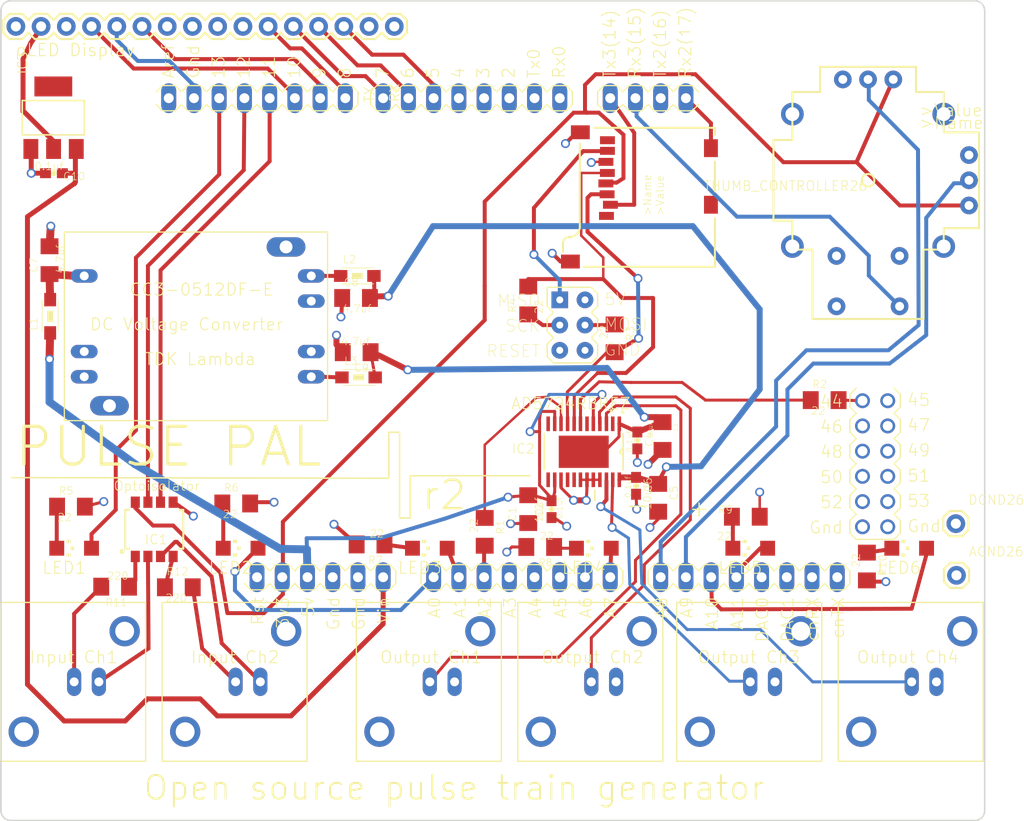
<source format=kicad_pcb>
(kicad_pcb (version 4) (host pcbnew "(2016-07-28 BZR 6996, Git 11f4f71)-product")
  (layers (0 Top signal) (1 Route2 signal) (2 Route15 signal) (31 Bottom signal) (34 B.Paste user) (35 F.Paste user) (36 B.SilkS user) (37 F.SilkS user) (38 B.Mask user) (39 F.Mask user) (44 Edge.Cuts user))
  (net 0 "")
  (net 1 VCC)
  (net 2 SCK1)
  (net 3 SDA1)
  (net 4 N$3)
  (net 5 N$4)
  (net 6 N$5)
  (net 7 N$6)
  (net 8 N$7)
  (net 9 N$8)
  (net 10 N$9)
  (net 11 N$10)
  (net 12 N$21)
  (net 13 N$22)
  (net 14 N$23)
  (net 15 N$24)
  (net 16 N$25)
  (net 17 N$26)
  (net 18 MISO1)
  (net 19 LED3)
  (net 20 LED4)
  (net 21 LED5)
  (net 22 LED6)
  (net 23 LED2)
  (net 24 ROMLOAD)
  (net 25 N$11)
  (net 26 N$12)
  (net 27 N$14)
  (net 28 N$15)
  (net 29 N$16)
  (net 30 AGND)
  (net 31 GND)
  (net 32 N$17)
  (net 33 N$27)
  (net 34 N$18)
  (net 35 N$29)
  (net 36 5V)
  (net 37 N$31)
  (net 38 N$32)
  (net 39 N$33)
  (net 40 N$34)
  (net 41 N$35)
  (net 42 N$36)
  (net 43 N$30)
  (net 44 N$13)
  (net 45 N$41)
  (net 46 N$39)
  (net 47 N$40)
  (net 48 N$1)
  (net 49 N$2)
  (net 50 N$37)
  (net 51 N$38)
  (net 52 N$42)
  (net 53 N$28)
  (net 54 H_NAV)
  (net 55 V_NAV)
  (module BNC_CONNECTOR (layer Top) (at 106.3471 132.3271 180)
    (fp_text reference BNC1 hide)
    (fp_text value BNC_CONNECTOR hide)
    (pad SIGN thru_hole oval (at 0 0 270) (size 2.8448 1.4224) (drill 0.9) (layers *.Cu *.Mask))
    (pad GND thru_hole oval (at -2.492 0 270) (size 2.8448 1.4224) (drill 0.9) (layers *.Cu *.Mask) (net 8 N$7))
    (pad P$3 thru_hole circle (at 5.0762 -5.0254 180) (size 3.048 3.048) (drill 1.9) (layers *.Cu *.Mask))
    (pad P$4 thru_hole circle (at -5.0889 5.1016 180) (size 3.048 3.048) (drill 1.9) (layers *.Cu *.Mask))
  )
  (module BNC_CONNECTOR (layer Top) (at 122.6031 132.3271 180)
    (fp_text reference BNC2 hide)
    (fp_text value BNC_CONNECTOR hide)
    (pad SIGN thru_hole oval (at 0 0 270) (size 2.8448 1.4224) (drill 0.9) (layers *.Cu *.Mask))
    (pad GND thru_hole oval (at -2.492 0 270) (size 2.8448 1.4224) (drill 0.9) (layers *.Cu *.Mask) (net 10 N$9))
    (pad P$3 thru_hole circle (at 5.0762 -5.0254 180) (size 3.048 3.048) (drill 1.9) (layers *.Cu *.Mask))
    (pad P$4 thru_hole circle (at -5.0889 5.1016 180) (size 3.048 3.048) (drill 1.9) (layers *.Cu *.Mask))
  )
  (module BNC_CONNECTOR (layer Top) (at 142.1611 132.3271 180)
    (fp_text reference BNC3 hide)
    (fp_text value BNC_CONNECTOR hide)
    (pad SIGN thru_hole oval (at 0 0 270) (size 2.8448 1.4224) (drill 0.9) (layers *.Cu *.Mask))
    (pad GND thru_hole oval (at -2.492 0 270) (size 2.8448 1.4224) (drill 0.9) (layers *.Cu *.Mask) (net 30 AGND))
    (pad P$3 thru_hole circle (at 5.0762 -5.0254 180) (size 3.048 3.048) (drill 1.9) (layers *.Cu *.Mask))
    (pad P$4 thru_hole circle (at -5.0889 5.1016 180) (size 3.048 3.048) (drill 1.9) (layers *.Cu *.Mask))
  )
  (module BNC_CONNECTOR (layer Top) (at 158.4171 132.3271 180)
    (fp_text reference BNC4 hide)
    (fp_text value BNC_CONNECTOR hide)
    (pad SIGN thru_hole oval (at 0 0 270) (size 2.8448 1.4224) (drill 0.9) (layers *.Cu *.Mask))
    (pad GND thru_hole oval (at -2.492 0 270) (size 2.8448 1.4224) (drill 0.9) (layers *.Cu *.Mask) (net 30 AGND))
    (pad P$3 thru_hole circle (at 5.0762 -5.0254 180) (size 3.048 3.048) (drill 1.9) (layers *.Cu *.Mask))
    (pad P$4 thru_hole circle (at -5.0889 5.1016 180) (size 3.048 3.048) (drill 1.9) (layers *.Cu *.Mask))
  )
  (module BNC_CONNECTOR (layer Top) (at 174.4191 132.3271 180)
    (fp_text reference BNC5 hide)
    (fp_text value BNC_CONNECTOR hide)
    (pad SIGN thru_hole oval (at 0 0 270) (size 2.8448 1.4224) (drill 0.9) (layers *.Cu *.Mask))
    (pad GND thru_hole oval (at -2.492 0 270) (size 2.8448 1.4224) (drill 0.9) (layers *.Cu *.Mask) (net 30 AGND))
    (pad P$3 thru_hole circle (at 5.0762 -5.0254 180) (size 3.048 3.048) (drill 1.9) (layers *.Cu *.Mask))
    (pad P$4 thru_hole circle (at -5.0889 5.1016 180) (size 3.048 3.048) (drill 1.9) (layers *.Cu *.Mask))
  )
  (module BNC_CONNECTOR (layer Top) (at 190.6751 132.3271 180)
    (fp_text reference BNC6 hide)
    (fp_text value BNC_CONNECTOR hide)
    (pad SIGN thru_hole oval (at 0 0 270) (size 2.8448 1.4224) (drill 0.9) (layers *.Cu *.Mask))
    (pad GND thru_hole oval (at -2.492 0 270) (size 2.8448 1.4224) (drill 0.9) (layers *.Cu *.Mask) (net 30 AGND))
    (pad P$3 thru_hole circle (at 5.0762 -5.0254 180) (size 3.048 3.048) (drill 1.9) (layers *.Cu *.Mask))
    (pad P$4 thru_hole circle (at -5.0889 5.1016 180) (size 3.048 3.048) (drill 1.9) (layers *.Cu *.Mask))
  )
  (module JOYSTICK (layer Top) (at 186.2811 81.7971 180)
    (fp_text reference THUMB_CONTROLLER26 (at 0 0) (layer F.SilkS) (effects (font (size 0.9652 0.9652) (thickness 0.077216)) (justify right top)))
    (fp_text value "" (at 0 0) (layer F.SilkS) (effects (font (size 1.2065 1.2065) (thickness 0.09652)) (justify right top)))
    (fp_text user >Name (at -5.08 5.08 180) (layer F.SilkS) (effects (font (size 1.2065 1.2065) (thickness 0.1016)) (justify left bottom)))
    (fp_text user >Value (at -5.08 6.35 180) (layer F.SilkS) (effects (font (size 1.2065 1.2065) (thickness 0.1016)) (justify left bottom)))
    (pad MOUN thru_hole circle (at -7.62 -6.6675 180) (size 2.286 2.286) (drill 1.397) (layers *.Cu *.Mask))
    (pad MOUN thru_hole circle (at 7.62 -6.6675 180) (size 2.286 2.286) (drill 1.397) (layers *.Cu *.Mask))
    (pad MOUN thru_hole circle (at 7.62 6.6675 180) (size 2.286 2.286) (drill 1.397) (layers *.Cu *.Mask))
    (pad MOUN thru_hole circle (at -7.62 6.6675 180) (size 2.286 2.286) (drill 1.397) (layers *.Cu *.Mask))
    (pad H3 thru_hole circle (at 2.54 10.16 180) (size 1.778 1.778) (drill 0.889) (layers *.Cu *.Mask) (net 31 GND))
    (pad H2 thru_hole circle (at 0 10.16 180) (size 1.778 1.778) (drill 0.889) (layers *.Cu *.Mask) (net 51 N$38))
    (pad H1 thru_hole circle (at -2.54 10.16 180) (size 1.778 1.778) (drill 0.889) (layers *.Cu *.Mask) (net 1 VCC))
    (pad V2 thru_hole circle (at -10.16 0 180) (size 1.778 1.778) (drill 0.889) (layers *.Cu *.Mask) (net 52 N$42))
    (pad V3 thru_hole circle (at -10.16 2.54 180) (size 1.778 1.778) (drill 0.889) (layers *.Cu *.Mask) (net 31 GND))
    (pad V1 thru_hole circle (at -10.16 -2.54 180) (size 1.778 1.778) (drill 0.889) (layers *.Cu *.Mask) (net 1 VCC))
    (pad B2B thru_hole circle (at 3.175 -7.62 180) (size 1.778 1.778) (drill 0.9) (layers *.Cu *.Mask))
    (pad B2A thru_hole circle (at -3.175 -7.62 180) (size 1.778 1.778) (drill 0.9) (layers *.Cu *.Mask) (net 31 GND))
    (pad B1A thru_hole circle (at -3.175 -12.7 180) (size 1.778 1.778) (drill 0.9) (layers *.Cu *.Mask) (net 32 N$17))
    (pad B1B thru_hole circle (at 3.175 -12.7 180) (size 1.778 1.778) (drill 0.9) (layers *.Cu *.Mask))
  )
  (module STAND-OFF (layer Top) (at 194.9931 143.5031)
    (fp_text reference JP5 hide)
    (fp_text value STAND-OFF hide)
    (pad "" np_thru_hole circle (at 0 0) (size 3.302 3.302) (drill 3.302) (layers *.Cu))
  )
  (module STAND-OFF (layer Top) (at 194.9931 66.7971)
    (fp_text reference JP6 hide)
    (fp_text value STAND-OFF hide)
    (pad "" np_thru_hole circle (at 0 0) (size 3.302 3.302) (drill 3.302) (layers *.Cu))
  )
  (module STAND-OFF (layer Top) (at 169.9811 66.7971)
    (fp_text reference JP2 hide)
    (fp_text value STAND-OFF hide)
    (pad "" np_thru_hole circle (at 0 0) (size 3.302 3.302) (drill 3.302) (layers *.Cu))
  )
  (module STAND-OFF (layer Top) (at 169.9811 97.7971)
    (fp_text reference JP8 hide)
    (fp_text value STAND-OFF hide)
    (pad "" np_thru_hole circle (at 0 0) (size 3.302 3.302) (drill 3.302) (layers *.Cu))
  )
  (module STAND-OFF (layer Top) (at 102.5371 143.5031)
    (fp_text reference JP9 hide)
    (fp_text value STAND-OFF hide)
    (pad "" np_thru_hole circle (at 0 0) (size 3.302 3.302) (drill 3.302) (layers *.Cu))
  )
  (module 1X16 (layer Top) (at 100.4811 66.2971)
    (fp_text reference JP1 hide)
    (fp_text value M16PTH hide)
    (pad 1 thru_hole circle (at 0 0 90) (size 1.8796 1.8796) (drill 1.016) (layers *.Cu *.Mask) (net 31 GND))
    (pad 2 thru_hole circle (at 2.54 0 90) (size 1.8796 1.8796) (drill 1.016) (layers *.Cu *.Mask) (net 53 N$28))
    (pad 3 thru_hole circle (at 5.08 0 90) (size 1.8796 1.8796) (drill 1.016) (layers *.Cu *.Mask))
    (pad 4 thru_hole circle (at 7.62 0 90) (size 1.8796 1.8796) (drill 1.016) (layers *.Cu *.Mask) (net 38 N$32))
    (pad 5 thru_hole circle (at 10.16 0 90) (size 1.8796 1.8796) (drill 1.016) (layers *.Cu *.Mask) (net 31 GND))
    (pad 6 thru_hole circle (at 12.7 0 90) (size 1.8796 1.8796) (drill 1.016) (layers *.Cu *.Mask) (net 39 N$33))
    (pad 7 thru_hole circle (at 15.24 0 90) (size 1.8796 1.8796) (drill 1.016) (layers *.Cu *.Mask))
    (pad 8 thru_hole circle (at 17.78 0 90) (size 1.8796 1.8796) (drill 1.016) (layers *.Cu *.Mask))
    (pad 9 thru_hole circle (at 20.32 0 90) (size 1.8796 1.8796) (drill 1.016) (layers *.Cu *.Mask))
    (pad 10 thru_hole circle (at 22.86 0 90) (size 1.8796 1.8796) (drill 1.016) (layers *.Cu *.Mask))
    (pad 11 thru_hole circle (at 25.4 0 90) (size 1.8796 1.8796) (drill 1.016) (layers *.Cu *.Mask) (net 40 N$34))
    (pad 12 thru_hole circle (at 27.94 0 90) (size 1.8796 1.8796) (drill 1.016) (layers *.Cu *.Mask) (net 41 N$35))
    (pad 13 thru_hole circle (at 30.48 0 90) (size 1.8796 1.8796) (drill 1.016) (layers *.Cu *.Mask) (net 42 N$36))
    (pad 14 thru_hole circle (at 33.02 0 90) (size 1.8796 1.8796) (drill 1.016) (layers *.Cu *.Mask) (net 43 N$30))
    (pad 15 thru_hole circle (at 35.56 0 90) (size 1.8796 1.8796) (drill 1.016) (layers *.Cu *.Mask))
    (pad 16 thru_hole circle (at 38.1 0 90) (size 1.8796 1.8796) (drill 1.016) (layers *.Cu *.Mask))
  )
  (module CHIPLED_1206 (layer Top) (at 106.3471 118.8651 90)
    (fp_text reference LED1 (at -1.27 1.27) (layer F.SilkS) (effects (font (size 1.2065 1.2065) (thickness 0.09652)) (justify right top)))
    (fp_text value "" (at 2.54 1.27) (layer F.SilkS) (effects (font (size 1.2065 1.2065) (thickness 0.09652)) (justify right top)))
    (pad C smd rect (at 0 -1.75 90) (size 1.5 1.5) (layers Top F.Paste F.Mask) (net 12 N$21))
    (pad A smd rect (at 0 1.75 90) (size 1.5 1.5) (layers Top F.Paste F.Mask) (net 37 N$31))
  )
  (module CHIPLED_1206 (layer Top) (at 123.1111 118.8651 90)
    (fp_text reference LED2 (at -1.27 1.27) (layer F.SilkS) (effects (font (size 1.2065 1.2065) (thickness 0.09652)) (justify right top)))
    (fp_text value "" (at 2.54 1.27) (layer F.SilkS) (effects (font (size 1.2065 1.2065) (thickness 0.09652)) (justify right top)))
    (pad C smd rect (at 0 -1.75 90) (size 1.5 1.5) (layers Top F.Paste F.Mask) (net 13 N$22))
    (pad A smd rect (at 0 1.75 90) (size 1.5 1.5) (layers Top F.Paste F.Mask) (net 23 LED2))
  )
  (module CHIPLED_1206 (layer Top) (at 142.1611 118.8651 90)
    (fp_text reference LED3 (at -1.27 1.27) (layer F.SilkS) (effects (font (size 1.2065 1.2065) (thickness 0.09652)) (justify right top)))
    (fp_text value "" (at 2.54 1.27) (layer F.SilkS) (effects (font (size 1.2065 1.2065) (thickness 0.09652)) (justify right top)))
    (pad C smd rect (at 0 -1.75 90) (size 1.5 1.5) (layers Top F.Paste F.Mask) (net 14 N$23))
    (pad A smd rect (at 0 1.75 90) (size 1.5 1.5) (layers Top F.Paste F.Mask) (net 19 LED3))
  )
  (module CHIPLED_1206 (layer Top) (at 158.6711 118.8651 90)
    (fp_text reference LED4 (at -1.27 1.27) (layer F.SilkS) (effects (font (size 1.2065 1.2065) (thickness 0.09652)) (justify right top)))
    (fp_text value "" (at 2.54 1.27) (layer F.SilkS) (effects (font (size 1.2065 1.2065) (thickness 0.09652)) (justify right top)))
    (pad C smd rect (at 0 -1.75 90) (size 1.5 1.5) (layers Top F.Paste F.Mask) (net 15 N$24))
    (pad A smd rect (at 0 1.75 90) (size 1.5 1.5) (layers Top F.Paste F.Mask) (net 20 LED4))
  )
  (module CHIPLED_1206 (layer Top) (at 174.4191 118.8651 90)
    (fp_text reference LED5 (at -1.27 1.27) (layer F.SilkS) (effects (font (size 1.2065 1.2065) (thickness 0.09652)) (justify right top)))
    (fp_text value "" (at 2.54 1.27) (layer F.SilkS) (effects (font (size 1.2065 1.2065) (thickness 0.09652)) (justify right top)))
    (pad C smd rect (at 0 -1.75 90) (size 1.5 1.5) (layers Top F.Paste F.Mask) (net 16 N$25))
    (pad A smd rect (at 0 1.75 90) (size 1.5 1.5) (layers Top F.Paste F.Mask) (net 21 LED5))
  )
  (module CHIPLED_1206 (layer Top) (at 190.4211 118.8651 90)
    (fp_text reference LED6 (at -1.27 1.27) (layer F.SilkS) (effects (font (size 1.2065 1.2065) (thickness 0.09652)) (justify right top)))
    (fp_text value "" (at 2.54 1.27) (layer F.SilkS) (effects (font (size 1.2065 1.2065) (thickness 0.09652)) (justify right top)))
    (pad C smd rect (at 0 -1.75 90) (size 1.5 1.5) (layers Top F.Paste F.Mask) (net 17 N$26))
    (pad A smd rect (at 0 1.75 90) (size 1.5 1.5) (layers Top F.Paste F.Mask) (net 22 LED6))
  )
  (module SOP65P640X120-25N (layer Top) (at 157.6551 109.1496 270)
    (fp_text reference IC2 hide)
    (fp_text value AD5754RBREZ hide)
    (fp_text user * (at -3.6576 -3.81 270) (layer F.SilkS) (effects (font (size 1.2065 1.2065) (thickness 0.0762)) (justify left bottom)))
    (pad 1 smd rect (at -2.8194 -3.5814 270) (size 1.4732 0.3556) (layers Top F.Paste F.Mask) (net 47 N$40))
    (pad 2 smd rect (at -2.8194 -2.921 270) (size 1.4732 0.3556) (layers Top F.Paste F.Mask))
    (pad 3 smd rect (at -2.8194 -2.286 270) (size 1.4732 0.3556) (layers Top F.Paste F.Mask) (net 4 N$3))
    (pad 4 smd rect (at -2.8194 -1.6256 270) (size 1.4732 0.3556) (layers Top F.Paste F.Mask) (net 5 N$4))
    (pad 5 smd rect (at -2.8194 -0.9652 270) (size 1.4732 0.3556) (layers Top F.Paste F.Mask) (net 36 5V))
    (pad 6 smd rect (at -2.8194 -0.3302 270) (size 1.4732 0.3556) (layers Top F.Paste F.Mask))
    (pad 7 smd rect (at -2.8194 0.3302 270) (size 1.4732 0.3556) (layers Top F.Paste F.Mask) (net 28 N$15))
    (pad 8 smd rect (at -2.8194 0.9652 270) (size 1.4732 0.3556) (layers Top F.Paste F.Mask) (net 2 SCK1))
    (pad 9 smd rect (at -2.8194 1.6256 270) (size 1.4732 0.3556) (layers Top F.Paste F.Mask) (net 3 SDA1))
    (pad 10 smd rect (at -2.8194 2.286 270) (size 1.4732 0.3556) (layers Top F.Paste F.Mask) (net 29 N$16))
    (pad 11 smd rect (at -2.8194 2.921 270) (size 1.4732 0.3556) (layers Top F.Paste F.Mask) (net 36 5V))
    (pad 12 smd rect (at -2.8194 3.5814 270) (size 1.4732 0.3556) (layers Top F.Paste F.Mask))
    (pad 13 smd rect (at 2.8194 3.5814 270) (size 1.4732 0.3556) (layers Top F.Paste F.Mask))
    (pad 14 smd rect (at 2.8194 2.921 270) (size 1.4732 0.3556) (layers Top F.Paste F.Mask) (net 36 5V))
    (pad 15 smd rect (at 2.8194 2.286 270) (size 1.4732 0.3556) (layers Top F.Paste F.Mask) (net 30 AGND))
    (pad 16 smd rect (at 2.8194 1.6256 270) (size 1.4732 0.3556) (layers Top F.Paste F.Mask))
    (pad 17 smd rect (at 2.8194 0.9652 270) (size 1.4732 0.3556) (layers Top F.Paste F.Mask))
    (pad 18 smd rect (at 2.8194 0.3302 270) (size 1.4732 0.3556) (layers Top F.Paste F.Mask) (net 30 AGND))
    (pad 19 smd rect (at 2.8194 -0.3302 270) (size 1.4732 0.3556) (layers Top F.Paste F.Mask) (net 30 AGND))
    (pad 20 smd rect (at 2.8194 -0.9652 270) (size 1.4732 0.3556) (layers Top F.Paste F.Mask) (net 30 AGND))
    (pad 21 smd rect (at 2.8194 -1.6256 270) (size 1.4732 0.3556) (layers Top F.Paste F.Mask) (net 30 AGND))
    (pad 22 smd rect (at 2.8194 -2.286 270) (size 1.4732 0.3556) (layers Top F.Paste F.Mask) (net 7 N$6))
    (pad 23 smd rect (at 2.8194 -2.921 270) (size 1.4732 0.3556) (layers Top F.Paste F.Mask) (net 6 N$5))
    (pad 24 smd rect (at 2.8194 -3.5814 270) (size 1.4732 0.3556) (layers Top F.Paste F.Mask) (net 46 N$39))
    (pad 25 smd rect (at 0 0 270) (size 3.2512 5.0292) (layers Top F.Paste F.Mask) (net 47 N$40))
  )
  (module 1206 (layer Top) (at 106.0296 114.6741)
    (fp_text reference R5 (at -1.27 -1.143) (layer F.SilkS) (effects (font (size 0.76 0.76) (thickness 0.0608)) (justify left bottom)))
    (fp_text value 22 (at -1.397 1.524) (layer F.SilkS) (effects (font (size 0.76 0.76) (thickness 0.0608)) (justify left bottom)))
    (pad 1 smd rect (at -1.4 0) (size 1.6 1.8) (layers Top F.Paste F.Mask) (net 12 N$21))
    (pad 2 smd rect (at 1.4 0) (size 1.6 1.8) (layers Top F.Paste F.Mask) (net 31 GND))
  )
  (module 1206 (layer Top) (at 122.6666 114.3566)
    (fp_text reference R6 (at -1.27 -1.143) (layer F.SilkS) (effects (font (size 0.76 0.76) (thickness 0.0608)) (justify left bottom)))
    (fp_text value 22 (at -1.397 1.524) (layer F.SilkS) (effects (font (size 0.76 0.76) (thickness 0.0608)) (justify left bottom)))
    (pad 1 smd rect (at -1.4 0) (size 1.6 1.8) (layers Top F.Paste F.Mask) (net 13 N$22))
    (pad 2 smd rect (at 1.4 0) (size 1.6 1.8) (layers Top F.Paste F.Mask) (net 31 GND))
  )
  (module 1206 (layer Top) (at 136.1921 118.4841 180)
    (fp_text reference R7 (at -1.27 -1.143) (layer F.SilkS) (effects (font (size 0.76 0.76) (thickness 0.0608)) (justify right top)))
    (fp_text value 22 (at -1.397 1.524) (layer F.SilkS) (effects (font (size 0.76 0.76) (thickness 0.0608)) (justify right top)))
    (pad 1 smd rect (at -1.4 0 180) (size 1.6 1.8) (layers Top F.Paste F.Mask) (net 14 N$23))
    (pad 2 smd rect (at 1.4 0 180) (size 1.6 1.8) (layers Top F.Paste F.Mask) (net 31 GND))
  )
  (module 1206 (layer Top) (at 153.2736 118.7381 180)
    (fp_text reference R8 (at -1.27 -1.143) (layer F.SilkS) (effects (font (size 0.7239 0.7239) (thickness 0.057912)) (justify right top)))
    (fp_text value 22 (at -1.397 1.524) (layer F.SilkS) (effects (font (size 0.7239 0.7239) (thickness 0.057912)) (justify right top)))
    (pad 1 smd rect (at -1.4 0 180) (size 1.6 1.8) (layers Top F.Paste F.Mask) (net 15 N$24))
    (pad 2 smd rect (at 1.4 0 180) (size 1.6 1.8) (layers Top F.Paste F.Mask) (net 31 GND))
  )
  (module 1206 (layer Top) (at 173.9746 115.6901)
    (fp_text reference R9 (at -1.27 -1.143) (layer F.SilkS) (effects (font (size 0.76 0.76) (thickness 0.0608)) (justify right top)))
    (fp_text value 22 (at -1.397 1.524) (layer F.SilkS) (effects (font (size 0.76 0.76) (thickness 0.0608)) (justify right top)))
    (pad 1 smd rect (at -1.4 0) (size 1.6 1.8) (layers Top F.Paste F.Mask) (net 16 N$25))
    (pad 2 smd rect (at 1.4 0) (size 1.6 1.8) (layers Top F.Paste F.Mask) (net 31 GND))
  )
  (module 1206 (layer Top) (at 186.1666 120.7066 270)
    (fp_text reference R10 (at -1.27 -1.143 90) (layer F.SilkS) (effects (font (size 0.76 0.76) (thickness 0.0608)) (justify right top)))
    (fp_text value 22 (at -1.397 1.524 90) (layer F.SilkS) (effects (font (size 0.76 0.76) (thickness 0.0608)) (justify right top)))
    (pad 1 smd rect (at -1.4 0 270) (size 1.6 1.8) (layers Top F.Paste F.Mask) (net 17 N$26))
    (pad 2 smd rect (at 1.4 0 270) (size 1.6 1.8) (layers Top F.Paste F.Mask) (net 31 GND))
  )
  (module TDK_LAMBDA_5_TO_BI_12_125MA (layer Top) (at 107.3631 88.5121)
    (fp_text reference U2 hide)
    (fp_text value TDK_LAMBDA_5_TO_BI_12_125MA hide)
    (fp_text user CC3-0512DF-E (at 4.5 5) (layer F.SilkS) (effects (font (size 1.2065 1.2065) (thickness 0.1016)) (justify left bottom)))
    (fp_text user "DC Voltage Converter" (at 0.5 8.5) (layer F.SilkS) (effects (font (size 1.2065 1.2065) (thickness 0.1016)) (justify left bottom)))
    (fp_text user "TDK Lambda" (at 6 12) (layer F.SilkS) (effects (font (size 1.2065 1.2065) (thickness 0.1016)) (justify left bottom)))
    (pad P$8 thru_hole oval (at 20.32 0) (size 3.9 1.95) (drill 1.3) (layers *.Cu *.Mask))
    (pad P$9 thru_hole oval (at 2.54 16) (size 3.9 1.95) (drill 1.3) (layers *.Cu *.Mask))
    (pad P$1 thru_hole oval (at 0 2.92) (size 2.7 1.35) (drill 0.9) (layers *.Cu *.Mask) (net 45 N$41))
    (pad P$2 thru_hole oval (at 0 10.54) (size 2.7 1.35) (drill 0.9) (layers *.Cu *.Mask) (net 31 GND))
    (pad P$3 thru_hole oval (at 0 13.08) (size 2.7 1.35) (drill 0.9) (layers *.Cu *.Mask) (net 31 GND))
    (pad P$7 thru_hole oval (at 22.86 2.92) (size 2.7 1.35) (drill 0.9) (layers *.Cu *.Mask) (net 48 N$1))
    (pad P$5 thru_hole oval (at 22.86 10.54) (size 2.7 1.35) (drill 0.9) (layers *.Cu *.Mask) (net 31 GND))
    (pad P$4 thru_hole oval (at 22.86 13.08) (size 2.7 1.35) (drill 0.9) (layers *.Cu *.Mask) (net 49 N$2))
    (pad P$6 thru_hole oval (at 22.86 5.46) (size 2.7 1.35) (drill 0.9) (layers *.Cu *.Mask))
  )
  (module 1206 (layer Top) (at 147.6856 117.2141 270)
    (fp_text reference R1 (at -1.27 -1.143 90) (layer F.SilkS) (effects (font (size 0.76 0.76) (thickness 0.0608)) (justify right top)))
    (fp_text value 22 (at -1.397 1.524 90) (layer F.SilkS) (effects (font (size 0.76 0.76) (thickness 0.0608)) (justify right top)))
    (pad 1 smd rect (at -1.4 0 270) (size 1.6 1.8) (layers Top F.Paste F.Mask) (net 29 N$16))
    (pad 2 smd rect (at 1.4 0 270) (size 1.6 1.8) (layers Top F.Paste F.Mask) (net 27 N$14))
  )
  (module 1206 (layer Top) (at 181.9121 103.9426)
    (fp_text reference R2 (at -1.27 -1.143) (layer F.SilkS) (effects (font (size 0.76 0.76) (thickness 0.0608)) (justify left bottom)))
    (fp_text value 22 (at -1.397 1.524) (layer F.SilkS) (effects (font (size 0.76 0.76) (thickness 0.0608)) (justify left bottom)))
    (pad 1 smd rect (at -1.4 0) (size 1.6 1.8) (layers Top F.Paste F.Mask) (net 28 N$15))
    (pad 2 smd rect (at 1.4 0) (size 1.6 1.8) (layers Top F.Paste F.Mask) (net 44 N$13))
  )
  (module 1206 (layer Top) (at 160.7666 97.7196 270)
    (fp_text reference R3 (at -1.27 -1.143 90) (layer F.SilkS) (effects (font (size 0.76 0.76) (thickness 0.0608)) (justify right top)))
    (fp_text value 22 (at -1.397 1.524 90) (layer F.SilkS) (effects (font (size 0.76 0.76) (thickness 0.0608)) (justify right top)))
    (pad 1 smd rect (at -1.4 0 270) (size 1.6 1.8) (layers Top F.Paste F.Mask) (net 26 N$12))
    (pad 2 smd rect (at 1.4 0 270) (size 1.6 1.8) (layers Top F.Paste F.Mask) (net 3 SDA1))
  )
  (module 1206 (layer Top) (at 152.0671 93.9096 90)
    (fp_text reference R4 (at -1.27 -1.143 90) (layer F.SilkS) (effects (font (size 0.76 0.76) (thickness 0.0608)) (justify left bottom)))
    (fp_text value 22 (at -1.397 1.524 90) (layer F.SilkS) (effects (font (size 0.76 0.76) (thickness 0.0608)) (justify left bottom)))
    (pad 1 smd rect (at -1.4 0 90) (size 1.6 1.8) (layers Top F.Paste F.Mask) (net 25 N$11))
    (pad 2 smd rect (at 1.4 0 90) (size 1.6 1.8) (layers Top F.Paste F.Mask) (net 2 SCK1))
  )
  (module SO08-2 (layer Top) (at 114.4116 116.9601)
    (fp_text reference IC1 hide)
    (fp_text value OPTOISOLATOR-2SOIC8 hide)
    (pad 1 smd rect (at -1.905 2.7305) (size 0.9144 1.143) (layers Top F.Paste F.Mask) (net 33 N$27))
    (pad 2 smd rect (at -0.635 2.7305) (size 0.9144 1.143) (layers Top F.Paste F.Mask) (net 8 N$7))
    (pad 3 smd rect (at 0.635 2.7305) (size 0.9144 1.143) (layers Top F.Paste F.Mask) (net 10 N$9))
    (pad 4 smd rect (at 1.905 2.7305) (size 0.9144 1.143) (layers Top F.Paste F.Mask) (net 50 N$37))
    (pad 5 smd rect (at 1.905 -2.7305) (size 0.9144 1.143) (layers Top F.Paste F.Mask) (net 31 GND))
    (pad 6 smd rect (at 0.635 -2.7305) (size 0.9144 1.143) (layers Top F.Paste F.Mask) (net 34 N$18))
    (pad 7 smd rect (at -0.635 -2.7305) (size 0.9144 1.143) (layers Top F.Paste F.Mask) (net 35 N$29))
    (pad 8 smd rect (at -1.905 -2.7305) (size 0.9144 1.143) (layers Top F.Paste F.Mask) (net 1 VCC))
  )
  (module 1206 (layer Top) (at 110.4746 122.7386 180)
    (fp_text reference R11 (at -1.27 -1.143) (layer F.SilkS) (effects (font (size 0.76 0.76) (thickness 0.0608)) (justify right top)))
    (fp_text value 220 (at -1.397 1.524) (layer F.SilkS) (effects (font (size 0.76 0.76) (thickness 0.0608)) (justify right top)))
    (pad 1 smd rect (at -1.4 0 180) (size 1.6 1.8) (layers Top F.Paste F.Mask) (net 33 N$27))
    (pad 2 smd rect (at 1.4 0 180) (size 1.6 1.8) (layers Top F.Paste F.Mask) (net 9 N$8))
  )
  (module 1206 (layer Top) (at 116.8881 122.8021)
    (fp_text reference R12 (at -1.27 -1.143) (layer F.SilkS) (effects (font (size 0.76 0.76) (thickness 0.0608)) (justify left bottom)))
    (fp_text value 220 (at -1.397 1.524) (layer F.SilkS) (effects (font (size 0.76 0.76) (thickness 0.0608)) (justify left bottom)))
    (pad 1 smd rect (at -1.4 0) (size 1.6 1.8) (layers Top F.Paste F.Mask) (net 50 N$37))
    (pad 2 smd rect (at 1.4 0) (size 1.6 1.8) (layers Top F.Paste F.Mask) (net 11 N$10))
  )
  (module 1206 (layer Top) (at 152.0671 114.9281 90)
    (fp_text reference C1 (at -1.27 -1.143 90) (layer F.SilkS) (effects (font (size 0.76 0.76) (thickness 0.0608)) (justify left bottom)))
    (fp_text value 10uf (at -1.397 1.524 90) (layer F.SilkS) (effects (font (size 0.76 0.76) (thickness 0.0608)) (justify left bottom)))
    (pad 1 smd rect (at -1.4 0 90) (size 1.6 1.8) (layers Top F.Paste F.Mask) (net 31 GND))
    (pad 2 smd rect (at 1.4 0 90) (size 1.6 1.8) (layers Top F.Paste F.Mask) (net 36 5V))
  )
  (module 0603-CAP (layer Top) (at 154.4166 114.9281 90)
    (fp_text reference C2 (at -0.889 -0.762 90) (layer F.SilkS) (effects (font (size 0.76 0.76) (thickness 0.0608)) (justify left bottom)))
    (fp_text value 0.1uf (at -1.016 1.143 90) (layer F.SilkS) (effects (font (size 0.57 0.57) (thickness 0.0456)) (justify left bottom)))
    (pad 1 smd rect (at -0.85 0 90) (size 1.1 1) (layers Top F.Paste F.Mask) (net 31 GND))
    (pad 2 smd rect (at 0.85 0 90) (size 1.1 1) (layers Top F.Paste F.Mask) (net 36 5V))
  )
  (module 1206 (layer Top) (at 165.5926 107.5621 270)
    (fp_text reference C3 (at -1.27 -1.143 90) (layer F.SilkS) (effects (font (size 0.38608 0.38608) (thickness 0.030886)) (justify right top)))
    (fp_text value 10uf (at -1.397 1.524 90) (layer F.SilkS) (effects (font (size 0.475 0.475) (thickness 0.038)) (justify right top)))
    (pad 1 smd rect (at -1.4 0 270) (size 1.6 1.8) (layers Top F.Paste F.Mask) (net 47 N$40))
    (pad 2 smd rect (at 1.4 0 270) (size 1.6 1.8) (layers Top F.Paste F.Mask) (net 30 AGND))
  )
  (module 0603-CAP (layer Top) (at 163.0526 108.0066 270)
    (fp_text reference C4 (at -0.889 -0.762 90) (layer F.SilkS) (effects (font (size 0.76 0.76) (thickness 0.0608)) (justify right top)))
    (fp_text value 0.1uf (at -1.016 1.143 90) (layer F.SilkS) (effects (font (size 0.57 0.57) (thickness 0.0456)) (justify right top)))
    (pad 1 smd rect (at -0.85 0 270) (size 1.1 1) (layers Top F.Paste F.Mask) (net 47 N$40))
    (pad 2 smd rect (at 0.85 0 270) (size 1.1 1) (layers Top F.Paste F.Mask) (net 30 AGND))
  )
  (module 1206 (layer Top) (at 165.1481 113.7851 270)
    (fp_text reference C5 (at -1.27 -1.143 90) (layer F.SilkS) (effects (font (size 0.76 0.76) (thickness 0.0608)) (justify right top)))
    (fp_text value 10uf (at -1.397 1.524 90) (layer F.SilkS) (effects (font (size 0.76 0.76) (thickness 0.0608)) (justify right top)))
    (pad 1 smd rect (at -1.4 0 270) (size 1.6 1.8) (layers Top F.Paste F.Mask) (net 46 N$39))
    (pad 2 smd rect (at 1.4 0 270) (size 1.6 1.8) (layers Top F.Paste F.Mask) (net 30 AGND))
  )
  (module 0603-CAP (layer Top) (at 162.9256 112.5786 270)
    (fp_text reference C6 (at -0.889 -0.762 90) (layer F.SilkS) (effects (font (size 0.76 0.76) (thickness 0.0608)) (justify right top)))
    (fp_text value 0.1uf (at -1.016 1.143 90) (layer F.SilkS) (effects (font (size 0.57 0.57) (thickness 0.0456)) (justify right top)))
    (pad 1 smd rect (at -0.85 0 270) (size 1.1 1) (layers Top F.Paste F.Mask) (net 46 N$39))
    (pad 2 smd rect (at 0.85 0 270) (size 1.1 1) (layers Top F.Paste F.Mask) (net 30 AGND))
  )
  (module 1X01 (layer Top) (at 195.1201 116.3886)
    (fp_text reference DGND26 (at 1.1938 -1.8288) (layer F.SilkS) (effects (font (size 0.95 0.95) (thickness 0.076)) (justify left bottom)))
    (fp_text value "" (at -1.27 3.175) (layer F.SilkS) (effects (font (size 1.2065 1.2065) (thickness 0.09652)) (justify left bottom)))
    (pad 1 thru_hole circle (at 0 0 90) (size 1.8796 1.8796) (drill 1.016) (layers *.Cu *.Mask) (net 31 GND))
  )
  (module "DUE(NORMAL)" (layer Top) (at 166.6721 104.0061)
    (fp_text reference ARDUINO26 hide)
    (fp_text value "DUE(NORMAL)" hide)
    (fp_text user Rst (at -42.545 19.685 90) (layer F.SilkS) (effects (font (size 1.2065 1.2065) (thickness 0.1016)) (justify right top)))
    (fp_text user 3v3 (at -40.005 19.685 90) (layer F.SilkS) (effects (font (size 1.2065 1.2065) (thickness 0.1016)) (justify right top)))
    (fp_text user 5v (at -37.465 19.685 90) (layer F.SilkS) (effects (font (size 1.2065 1.2065) (thickness 0.1016)) (justify right top)))
    (fp_text user Gnd (at -34.925 19.685 90) (layer F.SilkS) (effects (font (size 1.2065 1.2065) (thickness 0.1016)) (justify right top)))
    (fp_text user Gnd (at -32.385 19.685 90) (layer F.SilkS) (effects (font (size 1.2065 1.2065) (thickness 0.1016)) (justify right top)))
    (fp_text user Vin (at -29.845 19.685 90) (layer F.SilkS) (effects (font (size 1.2065 1.2065) (thickness 0.1016)) (justify right top)))
    (fp_text user A0 (at -24.765 19.685 90) (layer F.SilkS) (effects (font (size 1.2065 1.2065) (thickness 0.1016)) (justify right top)))
    (fp_text user A1 (at -22.225 19.685 90) (layer F.SilkS) (effects (font (size 1.2065 1.2065) (thickness 0.1016)) (justify right top)))
    (fp_text user A2 (at -19.685 19.685 90) (layer F.SilkS) (effects (font (size 1.2065 1.2065) (thickness 0.1016)) (justify right top)))
    (fp_text user A3 (at -17.145 19.685 90) (layer F.SilkS) (effects (font (size 1.2065 1.2065) (thickness 0.1016)) (justify right top)))
    (fp_text user A4 (at -14.605 19.685 90) (layer F.SilkS) (effects (font (size 1.2065 1.2065) (thickness 0.1016)) (justify right top)))
    (fp_text user A5 (at -12.065 19.685 90) (layer F.SilkS) (effects (font (size 1.2065 1.2065) (thickness 0.1016)) (justify right top)))
    (fp_text user A6 (at -9.525 19.685 90) (layer F.SilkS) (effects (font (size 1.2065 1.2065) (thickness 0.1016)) (justify right top)))
    (fp_text user A7 (at -6.985 19.685 90) (layer F.SilkS) (effects (font (size 1.2065 1.2065) (thickness 0.1016)) (justify right top)))
    (fp_text user A8 (at -1.905 19.685 90) (layer F.SilkS) (effects (font (size 1.2065 1.2065) (thickness 0.1016)) (justify right top)))
    (fp_text user A9 (at 0.635 19.685 90) (layer F.SilkS) (effects (font (size 1.2065 1.2065) (thickness 0.1016)) (justify right top)))
    (fp_text user A10 (at 3.175 19.685 90) (layer F.SilkS) (effects (font (size 1.2065 1.2065) (thickness 0.1016)) (justify right top)))
    (fp_text user A11 (at 5.715 19.685 90) (layer F.SilkS) (effects (font (size 1.2065 1.2065) (thickness 0.1016)) (justify right top)))
    (fp_text user DAC0 (at 8.255 19.685 90) (layer F.SilkS) (effects (font (size 1.2065 1.2065) (thickness 0.1016)) (justify right top)))
    (fp_text user DAC1 (at 10.795 19.685 90) (layer F.SilkS) (effects (font (size 1.2065 1.2065) (thickness 0.1016)) (justify right top)))
    (fp_text user cnRX (at 13.335 19.685 90) (layer F.SilkS) (effects (font (size 1.2065 1.2065) (thickness 0.1016)) (justify right top)))
    (fp_text user cnTX (at 15.875 19.685 90) (layer F.SilkS) (effects (font (size 1.2065 1.2065) (thickness 0.1016)) (justify right top)))
    (fp_text user Aref (at -50.165 -32.385 90) (layer F.SilkS) (effects (font (size 1.2065 1.2065) (thickness 0.1016)) (justify left bottom)))
    (fp_text user Gnd (at -47.625 -32.385 90) (layer F.SilkS) (effects (font (size 1.2065 1.2065) (thickness 0.1016)) (justify left bottom)))
    (fp_text user 13 (at -45.085 -32.385 90) (layer F.SilkS) (effects (font (size 1.2065 1.2065) (thickness 0.1016)) (justify left bottom)))
    (fp_text user 12 (at -42.545 -32.385 90) (layer F.SilkS) (effects (font (size 1.2065 1.2065) (thickness 0.1016)) (justify left bottom)))
    (fp_text user 11 (at -40.005 -32.385 90) (layer F.SilkS) (effects (font (size 1.2065 1.2065) (thickness 0.1016)) (justify left bottom)))
    (fp_text user 10 (at -37.465 -32.385 90) (layer F.SilkS) (effects (font (size 1.2065 1.2065) (thickness 0.1016)) (justify left bottom)))
    (fp_text user 9 (at -34.925 -32.385 90) (layer F.SilkS) (effects (font (size 1.2065 1.2065) (thickness 0.1016)) (justify left bottom)))
    (fp_text user 8 (at -32.385 -32.385 90) (layer F.SilkS) (effects (font (size 1.2065 1.2065) (thickness 0.1016)) (justify left bottom)))
    (fp_text user 7 (at -28.575 -32.385 90) (layer F.SilkS) (effects (font (size 1.2065 1.2065) (thickness 0.1016)) (justify left bottom)))
    (fp_text user 6 (at -26.035 -32.385 90) (layer F.SilkS) (effects (font (size 1.2065 1.2065) (thickness 0.1016)) (justify left bottom)))
    (fp_text user 5 (at -23.495 -32.385 90) (layer F.SilkS) (effects (font (size 1.2065 1.2065) (thickness 0.1016)) (justify left bottom)))
    (fp_text user 4 (at -20.955 -32.385 90) (layer F.SilkS) (effects (font (size 1.2065 1.2065) (thickness 0.1016)) (justify left bottom)))
    (fp_text user 3 (at -18.415 -32.385 90) (layer F.SilkS) (effects (font (size 1.2065 1.2065) (thickness 0.1016)) (justify left bottom)))
    (fp_text user 2 (at -15.875 -32.385 90) (layer F.SilkS) (effects (font (size 1.2065 1.2065) (thickness 0.1016)) (justify left bottom)))
    (fp_text user Tx0 (at -13.335 -32.385 90) (layer F.SilkS) (effects (font (size 1.2065 1.2065) (thickness 0.1016)) (justify left bottom)))
    (fp_text user Rx0 (at -10.795 -32.385 90) (layer F.SilkS) (effects (font (size 1.2065 1.2065) (thickness 0.1016)) (justify left bottom)))
    (fp_text user "Tx3(14)" (at -5.715 -32.385 90) (layer F.SilkS) (effects (font (size 1.2065 1.2065) (thickness 0.1016)) (justify left bottom)))
    (fp_text user "Rx3(15)" (at -3.175 -32.385 90) (layer F.SilkS) (effects (font (size 1.2065 1.2065) (thickness 0.1016)) (justify left bottom)))
    (fp_text user "Tx2(16)" (at -0.635 -32.385 90) (layer F.SilkS) (effects (font (size 1.2065 1.2065) (thickness 0.1016)) (justify left bottom)))
    (fp_text user "Rx2(17)" (at 1.905 -32.385 90) (layer F.SilkS) (effects (font (size 1.2065 1.2065) (thickness 0.1016)) (justify left bottom)))
    (fp_text user 44 (at 17.145 -0.635) (layer F.SilkS) (effects (font (size 1.2065 1.2065) (thickness 0.1016)) (justify right top)))
    (fp_text user 46 (at 17.145 1.905) (layer F.SilkS) (effects (font (size 1.2065 1.2065) (thickness 0.1016)) (justify right top)))
    (fp_text user 48 (at 17.145 4.445) (layer F.SilkS) (effects (font (size 1.2065 1.2065) (thickness 0.1016)) (justify right top)))
    (fp_text user 50 (at 17.145 6.985) (layer F.SilkS) (effects (font (size 1.2065 1.2065) (thickness 0.1016)) (justify right top)))
    (fp_text user 52 (at 17.145 9.525) (layer F.SilkS) (effects (font (size 1.2065 1.2065) (thickness 0.1016)) (justify right top)))
    (fp_text user Gnd (at 17.145 12.065) (layer F.SilkS) (effects (font (size 1.2065 1.2065) (thickness 0.1016)) (justify right top)))
    (fp_text user 45 (at 23.495 0.635) (layer F.SilkS) (effects (font (size 1.2065 1.2065) (thickness 0.1016)) (justify left bottom)))
    (fp_text user 47 (at 23.495 3.175) (layer F.SilkS) (effects (font (size 1.2065 1.2065) (thickness 0.1016)) (justify left bottom)))
    (fp_text user 49 (at 23.495 5.715) (layer F.SilkS) (effects (font (size 1.2065 1.2065) (thickness 0.1016)) (justify left bottom)))
    (fp_text user 51 (at 23.495 8.255) (layer F.SilkS) (effects (font (size 1.2065 1.2065) (thickness 0.1016)) (justify left bottom)))
    (fp_text user 53 (at 23.495 10.795) (layer F.SilkS) (effects (font (size 1.2065 1.2065) (thickness 0.1016)) (justify left bottom)))
    (fp_text user Gnd (at 23.495 13.335) (layer F.SilkS) (effects (font (size 1.2065 1.2065) (thickness 0.1016)) (justify left bottom)))
    (fp_text user MISO (at -13.335 -10.795) (layer F.SilkS) (effects (font (size 1.2065 1.2065) (thickness 0.0635)) (justify right top)))
    (fp_text user SCK (at -13.335 -8.255) (layer F.SilkS) (effects (font (size 1.2065 1.2065) (thickness 0.0635)) (justify right top)))
    (fp_text user MOSI (at -6.985 -6.985) (layer F.SilkS) (effects (font (size 1.2065 1.2065) (thickness 0.0635)) (justify left bottom)))
    (fp_text user RESET (at -13.335 -5.715) (layer F.SilkS) (effects (font (size 1.2065 1.2065) (thickness 0.0635)) (justify right top)))
    (fp_text user 5V (at -6.985 -9.525) (layer F.SilkS) (effects (font (size 1.2065 1.2065) (thickness 0.0635)) (justify left bottom)))
    (fp_text user GND (at -6.985 -4.445) (layer F.SilkS) (effects (font (size 1.2065 1.2065) (thickness 0.0635)) (justify left bottom)))
    (pad RESE thru_hole oval (at -41.91 17.78 90) (size 3 1.5) (drill 1) (layers *.Cu *.Mask))
    (pad 3V3 thru_hole oval (at -39.37 17.78 90) (size 3 1.5) (drill 1) (layers *.Cu *.Mask) (net 1 VCC))
    (pad 5V thru_hole oval (at -36.83 17.78 90) (size 3 1.5) (drill 1) (layers *.Cu *.Mask) (net 36 5V))
    (pad GND_ thru_hole oval (at -34.29 17.78 90) (size 3 1.5) (drill 1) (layers *.Cu *.Mask))
    (pad GND_ thru_hole oval (at -31.75 17.78 90) (size 3 1.5) (drill 1) (layers *.Cu *.Mask))
    (pad VIN thru_hole oval (at -29.21 17.78 90) (size 3 1.5) (drill 1) (layers *.Cu *.Mask) (net 54 H_NAV))
    (pad 7 thru_hole oval (at -29.21 -30.48 90) (size 3 1.5) (drill 1) (layers *.Cu *.Mask) (net 41 N$35))
    (pad 6 thru_hole oval (at -26.67 -30.48 90) (size 3 1.5) (drill 1) (layers *.Cu *.Mask) (net 42 N$36))
    (pad 5 thru_hole oval (at -24.13 -30.48 90) (size 3 1.5) (drill 1) (layers *.Cu *.Mask) (net 43 N$30))
    (pad 4 thru_hole oval (at -21.59 -30.48 90) (size 3 1.5) (drill 1) (layers *.Cu *.Mask))
    (pad 3 thru_hole oval (at -19.05 -30.48 90) (size 3 1.5) (drill 1) (layers *.Cu *.Mask))
    (pad 2 thru_hole oval (at -16.51 -30.48 90) (size 3 1.5) (drill 1) (layers *.Cu *.Mask))
    (pad TX0 thru_hole oval (at -13.97 -30.48 90) (size 3 1.5) (drill 1) (layers *.Cu *.Mask))
    (pad RX0 thru_hole oval (at -11.43 -30.48 90) (size 3 1.5) (drill 1) (layers *.Cu *.Mask))
    (pad TX3 thru_hole oval (at -6.35 -30.48 90) (size 3 1.5) (drill 1) (layers *.Cu *.Mask) (net 24 ROMLOAD))
    (pad RX3 thru_hole oval (at -3.81 -30.48 90) (size 3 1.5) (drill 1) (layers *.Cu *.Mask) (net 32 N$17))
    (pad RX2 thru_hole oval (at 1.27 -30.48 90) (size 3 1.5) (drill 1) (layers *.Cu *.Mask) (net 55 V_NAV))
    (pad GND1 thru_hole oval (at -48.26 -30.48 90) (size 3 1.5) (drill 1) (layers *.Cu *.Mask) (net 31 GND))
    (pad 13 thru_hole oval (at -45.72 -30.48 90) (size 3 1.5) (drill 1) (layers *.Cu *.Mask) (net 37 N$31))
    (pad 12 thru_hole oval (at -43.18 -30.48 90) (size 3 1.5) (drill 1) (layers *.Cu *.Mask) (net 35 N$29))
    (pad 11 thru_hole oval (at -40.64 -30.48 90) (size 3 1.5) (drill 1) (layers *.Cu *.Mask) (net 34 N$18))
    (pad 10 thru_hole oval (at -38.1 -30.48 90) (size 3 1.5) (drill 1) (layers *.Cu *.Mask) (net 38 N$32))
    (pad 9 thru_hole oval (at -35.56 -30.48 90) (size 3 1.5) (drill 1) (layers *.Cu *.Mask) (net 39 N$33))
    (pad 8 thru_hole oval (at -33.02 -30.48 90) (size 3 1.5) (drill 1) (layers *.Cu *.Mask) (net 40 N$34))
    (pad GND_ thru_hole circle (at 21.59 12.7) (size 1.5 1.5) (drill 1) (layers *.Cu *.Mask))
    (pad GND_ thru_hole circle (at 19.05 12.7) (size 1.5 1.5) (drill 1) (layers *.Cu *.Mask))
    (pad 52 thru_hole circle (at 19.05 10.16) (size 1.5 1.5) (drill 1) (layers *.Cu *.Mask))
    (pad 53 thru_hole circle (at 21.59 10.16) (size 1.5 1.5) (drill 1) (layers *.Cu *.Mask))
    (pad 51 thru_hole circle (at 21.59 7.62) (size 1.5 1.5) (drill 1) (layers *.Cu *.Mask))
    (pad 50 thru_hole circle (at 19.05 7.62) (size 1.5 1.5) (drill 1) (layers *.Cu *.Mask))
    (pad 48 thru_hole circle (at 19.05 5.08) (size 1.5 1.5) (drill 1) (layers *.Cu *.Mask))
    (pad 49 thru_hole circle (at 21.59 5.08) (size 1.5 1.5) (drill 1) (layers *.Cu *.Mask))
    (pad 47 thru_hole circle (at 21.59 2.54) (size 1.5 1.5) (drill 1) (layers *.Cu *.Mask))
    (pad 46 thru_hole circle (at 19.05 2.54) (size 1.5 1.5) (drill 1) (layers *.Cu *.Mask))
    (pad 45 thru_hole circle (at 21.59 0) (size 1.5 1.5) (drill 1) (layers *.Cu *.Mask))
    (pad 44 thru_hole circle (at 19.05 0) (size 1.5 1.5) (drill 1) (layers *.Cu *.Mask) (net 44 N$13))
    (pad TX2 thru_hole oval (at -1.27 -30.48 90) (size 3 1.5) (drill 1) (layers *.Cu *.Mask))
    (pad A8 thru_hole oval (at -1.27 17.78 90) (size 3 1.5) (drill 1) (layers *.Cu *.Mask) (net 51 N$38))
    (pad A9 thru_hole oval (at 1.27 17.78 90) (size 3 1.5) (drill 1) (layers *.Cu *.Mask) (net 52 N$42))
    (pad A11 thru_hole oval (at 6.35 17.78 90) (size 3 1.5) (drill 1) (layers *.Cu *.Mask) (net 21 LED5))
    (pad DAC0 thru_hole oval (at 8.89 17.78 90) (size 3 1.5) (drill 1) (layers *.Cu *.Mask))
    (pad DAC1 thru_hole oval (at 11.43 17.78 90) (size 3 1.5) (drill 1) (layers *.Cu *.Mask))
    (pad CANR thru_hole oval (at 13.97 17.78 90) (size 3 1.5) (drill 1) (layers *.Cu *.Mask))
    (pad CANT thru_hole oval (at 16.51 17.78 90) (size 3 1.5) (drill 1) (layers *.Cu *.Mask))
    (pad A10 thru_hole oval (at 3.81 17.78 90) (size 3 1.5) (drill 1) (layers *.Cu *.Mask) (net 22 LED6))
    (pad A0 thru_hole oval (at -24.13 17.78 90) (size 3 1.5) (drill 1) (layers *.Cu *.Mask) (net 23 LED2))
    (pad A1 thru_hole oval (at -21.59 17.78 90) (size 3 1.5) (drill 1) (layers *.Cu *.Mask) (net 19 LED3))
    (pad A3 thru_hole oval (at -16.51 17.78 90) (size 3 1.5) (drill 1) (layers *.Cu *.Mask))
    (pad A4 thru_hole oval (at -13.97 17.78 90) (size 3 1.5) (drill 1) (layers *.Cu *.Mask))
    (pad A5 thru_hole oval (at -11.43 17.78 90) (size 3 1.5) (drill 1) (layers *.Cu *.Mask))
    (pad A6 thru_hole oval (at -8.89 17.78 90) (size 3 1.5) (drill 1) (layers *.Cu *.Mask))
    (pad A7 thru_hole oval (at -6.35 17.78 90) (size 3 1.5) (drill 1) (layers *.Cu *.Mask) (net 20 LED4))
    (pad A2 thru_hole oval (at -19.05 17.78 90) (size 3 1.5) (drill 1) (layers *.Cu *.Mask) (net 27 N$14))
    (pad GND_ thru_hole circle (at -8.89 -10.16) (size 1.6764 1.6764) (drill 0.7) (layers *.Cu *.Mask))
    (pad MOSI thru_hole circle (at -8.89 -7.62) (size 1.6764 1.6764) (drill 0.7) (layers *.Cu *.Mask))
    (pad 5V_I thru_hole circle (at -8.89 -5.08) (size 1.6764 1.6764) (drill 0.7) (layers *.Cu *.Mask))
    (pad RESE thru_hole circle (at -11.43 -5.08) (size 1.6764 1.6764) (drill 0.7) (layers *.Cu *.Mask))
    (pad SCK_ thru_hole circle (at -11.43 -7.62) (size 1.6764 1.6764) (drill 0.7) (layers *.Cu *.Mask))
    (pad MISO thru_hole rect (at -11.43 -10.16) (size 1.6764 1.6764) (drill 0.7) (layers *.Cu *.Mask))
    (pad AREF thru_hole oval (at -50.8 -30.48 90) (size 3 1.5) (drill 1) (layers *.Cu *.Mask))
  )
  (module GNDPLANESHRT (layer Top) (at 156.6391 114.0391 180)
    (fp_text reference U$6 hide)
    (fp_text value GNDPLANESHRT hide)
    (pad GND thru_hole circle (at 0 0 180) (size 0.9048 0.9048) (drill 0.6) (layers *.Cu *.Mask) (net 31 GND))
    (pad AGND thru_hole circle (at -1.27 0 180) (size 0.9048 0.9048) (drill 0.6) (layers *.Cu *.Mask) (net 30 AGND))
  )
  (module 1206 (layer Top) (at 103.8706 89.8456 90)
    (fp_text reference C7 (at -1.27 -1.143 90) (layer F.SilkS) (effects (font (size 0.76 0.76) (thickness 0.0608)) (justify left bottom)))
    (fp_text value 4.7uf (at -1.397 1.524 90) (layer F.SilkS) (effects (font (size 0.76 0.76) (thickness 0.0608)) (justify left bottom)))
    (pad 1 smd rect (at -1.4 0 90) (size 1.6 1.8) (layers Top F.Paste F.Mask) (net 45 N$41))
    (pad 2 smd rect (at 1.4 0 90) (size 1.6 1.8) (layers Top F.Paste F.Mask) (net 31 GND))
  )
  (module 1206 (layer Top) (at 134.7316 93.6556)
    (fp_text reference C8 (at -1.27 -1.143) (layer F.SilkS) (effects (font (size 0.76 0.76) (thickness 0.0608)) (justify left bottom)))
    (fp_text value 4.7uf (at -1.397 1.524) (layer F.SilkS) (effects (font (size 0.76 0.76) (thickness 0.0608)) (justify left bottom)))
    (pad 1 smd rect (at -1.4 0) (size 1.6 1.8) (layers Top F.Paste F.Mask) (net 31 GND))
    (pad 2 smd rect (at 1.4 0) (size 1.6 1.8) (layers Top F.Paste F.Mask) (net 46 N$39))
  )
  (module 1206 (layer Top) (at 134.7951 99.1166 180)
    (fp_text reference C9 (at -1.27 -1.143) (layer F.SilkS) (effects (font (size 0.76 0.76) (thickness 0.0608)) (justify right top)))
    (fp_text value 4.7uf (at -1.397 1.524) (layer F.SilkS) (effects (font (size 0.76 0.76) (thickness 0.0608)) (justify right top)))
    (pad 1 smd rect (at -1.4 0 180) (size 1.6 1.8) (layers Top F.Paste F.Mask) (net 47 N$40))
    (pad 2 smd rect (at 1.4 0 180) (size 1.6 1.8) (layers Top F.Paste F.Mask) (net 31 GND))
  )
  (module 1206 (layer Top) (at 103.9341 95.4971 90)
    (fp_text reference L1 (at -1.49 -1.2125 90) (layer F.SilkS) (effects (font (size 0.76 0.76) (thickness 0.0608)) (justify left bottom)))
    (fp_text value "" (at -1.59 1.7475 90) (layer F.SilkS) (effects (font (size 0.57912 0.57912) (thickness 0.046329)) (justify left bottom)))
    (pad 1 smd rect (at -1.675 0 90) (size 1.35 1.2) (layers Top F.Paste F.Mask) (net 36 5V))
    (pad 2 smd rect (at 1.675 0 90) (size 1.35 1.2) (layers Top F.Paste F.Mask) (net 45 N$41))
  )
  (module 1206 (layer Top) (at 134.8586 91.4331)
    (fp_text reference L2 (at -1.49 -1.2125) (layer F.SilkS) (effects (font (size 0.76 0.76) (thickness 0.0608)) (justify left bottom)))
    (fp_text value "" (at -1.59 1.7475) (layer F.SilkS) (effects (font (size 0.57912 0.57912) (thickness 0.046329)) (justify left bottom)))
    (pad 1 smd rect (at -1.675 0) (size 1.35 1.2) (layers Top F.Paste F.Mask) (net 48 N$1))
    (pad 2 smd rect (at 1.675 0) (size 1.35 1.2) (layers Top F.Paste F.Mask) (net 46 N$39))
  )
  (module 1206 (layer Top) (at 134.9856 101.6566)
    (fp_text reference L3 (at -1.49 -1.2125) (layer F.SilkS) (effects (font (size 0.76 0.76) (thickness 0.0608)) (justify left bottom)))
    (fp_text value "" (at -1.59 1.7475) (layer F.SilkS) (effects (font (size 0.57912 0.57912) (thickness 0.046329)) (justify left bottom)))
    (pad 1 smd rect (at -1.675 0) (size 1.35 1.2) (layers Top F.Paste F.Mask) (net 49 N$2))
    (pad 2 smd rect (at 1.675 0) (size 1.35 1.2) (layers Top F.Paste F.Mask) (net 47 N$40))
  )
  (module 1X01 (layer Top) (at 195.1836 121.5956)
    (fp_text reference AGND26 (at 1.1938 -1.8288) (layer F.SilkS) (effects (font (size 0.95 0.95) (thickness 0.076)) (justify left bottom)))
    (fp_text value "" (at -1.27 3.175) (layer F.SilkS) (effects (font (size 1.2065 1.2065) (thickness 0.09652)) (justify left bottom)))
    (pad 1 thru_hole circle (at 0 0 90) (size 1.8796 1.8796) (drill 1.016) (layers *.Cu *.Mask) (net 30 AGND))
  )
  (module SOT223 (layer Top) (at 104.2516 75.4946)
    (fp_text reference IC3 (at -2.54 -4.318 90) (layer F.SilkS) (effects (font (size 0.95 0.95) (thickness 0.095)) (justify left bottom)))
    (fp_text value REG1117 hide)
    (pad 1 smd rect (at -2.2606 3.1496) (size 1.4986 2.0066) (layers Top F.Paste F.Mask) (net 31 GND))
    (pad 2 smd rect (at 0.0254 3.1496) (size 1.4986 2.0066) (layers Top F.Paste F.Mask) (net 53 N$28))
    (pad 3 smd rect (at 2.3114 3.1496) (size 1.4986 2.0066) (layers Top F.Paste F.Mask) (net 54 H_NAV))
    (pad 4 smd rect (at 0 -3.1496) (size 3.81 2.0066) (layers Top F.Paste F.Mask))
  )
  (module 0603-CAP (layer Top) (at 104.3151 81.0826 180)
    (fp_text reference C10 (at -0.889 -0.762) (layer F.SilkS) (effects (font (size 0.76 0.76) (thickness 0.0608)) (justify left bottom)))
    (fp_text value 0.1uf (at -1.016 1.143) (layer F.SilkS) (effects (font (size 0.76 0.76) (thickness 0.0608)) (justify right top)))
    (pad 1 smd rect (at -0.85 0 180) (size 1.1 1) (layers Top F.Paste F.Mask) (net 54 H_NAV))
    (pad 2 smd rect (at 0.85 0 180) (size 1.1 1) (layers Top F.Paste F.Mask) (net 31 GND))
  )
  (module MICROSD_1%3a1 (layer Top) (at 170.8631 90.4806 90)
    (fp_text reference U1 hide)
    (fp_text value USD-SOCKET hide)
    (fp_text user >Name (at 5.08 -6.35 90) (layer F.SilkS) (effects (font (size 0.77216 0.77216) (thickness 0.065024)) (justify left bottom)))
    (fp_text user >Value (at 5.08 -5.08 90) (layer F.SilkS) (effects (font (size 0.77216 0.77216) (thickness 0.065024)) (justify left bottom)))
    (pad CD2 smd rect (at 6.22 -0.4 90) (size 1.8 1.4) (layers Top F.Paste F.Mask))
    (pad CD1 smd rect (at 11.92 -0.4 90) (size 1.8 1.4) (layers Top F.Paste F.Mask) (net 55 V_NAV))
    (pad GND3 smd rect (at 13.52 -13.55 90) (size 1.4 1.9) (layers Top F.Paste F.Mask) (net 31 GND))
    (pad GND1 smd rect (at 0.497 -14.55 90) (size 1.4 1.9) (layers Top F.Paste F.Mask) (net 31 GND))
    (pad 1 smd rect (at 5.095784 -10.919203 90) (size 0.8 1.5) (layers Top F.Paste F.Mask))
    (pad 2 smd rect (at 6.217631 -10.519456 90) (size 0.8 1.5) (layers Top F.Paste F.Mask) (net 24 ROMLOAD))
    (pad 3 smd rect (at 7.273688 -10.853416 90) (size 0.8 1.5) (layers Top F.Paste F.Mask) (net 3 SDA1))
    (pad 4 smd rect (at 8.366575 -10.982297 90) (size 0.8 1.5) (layers Top F.Paste F.Mask) (net 1 VCC))
    (pad 5 smd rect (at 9.420856 -10.828016 90) (size 0.8 1.5) (layers Top F.Paste F.Mask) (net 2 SCK1))
    (pad 6 smd rect (at 10.539144 -10.973153 90) (size 0.8 1.5) (layers Top F.Paste F.Mask) (net 31 GND))
    (pad 7 smd rect (at 11.648288 -10.818872 90) (size 0.8 1.5) (layers Top F.Paste F.Mask) (net 18 MISO1))
    (pad 8 smd rect (at 12.720856 -10.818872 90) (size 0.8 1.5) (layers Top F.Paste F.Mask))
  )
  (gr_line (start 98.9811 64.7101) (end 98.9811 145.2971) (layer Edge.Cuts) (width 0.15))
  (gr_arc (start 99.9811 145.2971) (end 98.9811 145.2971) (angle -90) (layer Edge.Cuts) (width 0.15))
  (gr_line (start 99.9811 146.2971) (end 197.0211 146.2971) (layer Edge.Cuts) (width 0.15))
  (gr_arc (start 197.0211 145.2971) (end 197.0211 146.2971) (angle -90) (layer Edge.Cuts) (width 0.15))
  (gr_line (start 198.0211 145.2971) (end 198.0211 64.7101) (layer Edge.Cuts) (width 0.15))
  (gr_arc (start 197.0211 64.7101) (end 198.0211 64.7101) (angle -90) (layer Edge.Cuts) (width 0.15))
  (gr_line (start 197.0211 63.7101) (end 99.9811 63.7101) (layer Edge.Cuts) (width 0.15))
  (gr_arc (start 99.9811 64.7101) (end 99.9811 63.7101) (angle -90) (layer Edge.Cuts) (width 0.15))
  (gr_text r2 (at 141.2086 115.1821) (layer F.SilkS) (effects (font (size 2.85 2.85) (thickness 0.24)) (justify left bottom)))
  (gr_text "oLED Display " (at 100.3781 69.3986) (layer F.SilkS) (effects (font (size 1.235 1.235) (thickness 0.104)) (justify left bottom)))
  (gr_text "Input Ch1" (at 101.7751 130.5491) (layer F.SilkS) (effects (font (size 1.2065 1.2065) (thickness 0.1016)) (justify left bottom)))
  (gr_text "Input Ch2" (at 118.0311 130.5491) (layer F.SilkS) (effects (font (size 1.2065 1.2065) (thickness 0.1016)) (justify left bottom)))
  (gr_text "Output Ch1" (at 137.0811 130.5491) (layer F.SilkS) (effects (font (size 1.2065 1.2065) (thickness 0.1016)) (justify left bottom)))
  (gr_text "Output Ch2" (at 153.3371 130.5491) (layer F.SilkS) (effects (font (size 1.2065 1.2065) (thickness 0.1016)) (justify left bottom)))
  (gr_text "Output Ch3" (at 169.0851 130.5491) (layer F.SilkS) (effects (font (size 1.2065 1.2065) (thickness 0.1016)) (justify left bottom)))
  (gr_text "Output Ch4" (at 185.0871 130.5491) (layer F.SilkS) (effects (font (size 1.2065 1.2065) (thickness 0.1016)) (justify left bottom)))
  (gr_text "PULSE PAL" (at 100.1876 110.8641) (layer F.SilkS) (effects (font (size 3.8 3.8) (thickness 0.32)) (justify left bottom)))
  (gr_text + (at 168.1326 115.8171) (layer F.SilkS) (effects (font (size 1.6891 1.6891) (thickness 0.14224)) (justify left bottom)))
  (gr_text - (at 161.7826 115.4996) (layer F.SilkS) (effects (font (size 1.6891 1.6891) (thickness 0.14224)) (justify left bottom)))
  (gr_text TX (at 136.6366 74.0341 90) (layer F.SilkS) (effects (font (size 0.9652 0.9652) (thickness 0.08128)) (justify left bottom)))
  (gr_text RX (at 139.1766 73.9706 90) (layer F.SilkS) (effects (font (size 0.9652 0.9652) (thickness 0.08128)) (justify left bottom)))
  (gr_text "Open source pulse train generator" (at 113.2051 144.3921) (layer F.SilkS) (effects (font (size 2.375 2.375) (thickness 0.2)) (justify left bottom)))
  (gr_line (start 100.0606 111.7531) (end 138.0336 111.8166) (layer F.SilkS) (width 0.15))
  (gr_line (start 138.0336 111.8166) (end 138.0336 107.1811) (layer F.SilkS) (width 0.15))
  (gr_line (start 138.0336 107.1811) (end 139.1131 107.1811) (layer F.SilkS) (width 0.15))
  (gr_line (start 139.1131 107.1811) (end 139.1131 115.8171) (layer F.SilkS) (width 0.15))
  (gr_line (start 139.1131 115.8171) (end 140.1926 115.8171) (layer F.SilkS) (width 0.15))
  (gr_line (start 140.1926 115.8171) (end 140.1926 111.5626) (layer F.SilkS) (width 0.15))
  (gr_line (start 140.1926 111.5626) (end 152.2576 111.5626) (layer F.SilkS) (width 0.15))
  (gr_text Optoisolator (at 110.2841 113.1501) (layer F.SilkS) (effects (font (size 0.95 0.95) (thickness 0.08)) (justify left bottom)))
  (gr_text IC1 (at 113.3956 118.5476) (layer F.SilkS) (effects (font (size 0.95 0.95) (thickness 0.08)) (justify left bottom)))
  (gr_text IC2 (at 150.3526 109.4036) (layer F.SilkS) (effects (font (size 0.95 0.95) (thickness 0.08)) (justify left bottom)))
  (gr_text AD5724RBREZ (at 162.4176 103.6251) (layer F.SilkS) (effects (font (size 1.14 1.14) (thickness 0.096)) (justify right top)))
  (gr_text . (at 161.0206 105.4666) (layer F.SilkS) (effects (font (size 1.9 1.9) (thickness 0.16)) (justify left bottom)))
  (segment (start 112.5066 114.2296) (end 112.5066 114.8011) (width 0.4) (layer Top) (net 1))
  (segment (start 112.5066 114.8011) (end 114.2846 116.5791) (width 0.4) (layer Top) (net 1))
  (segment (start 114.2846 116.5791) (end 116.3166 116.5791) (width 0.4) (layer Top) (net 1))
  (segment (start 125.4606 125.4056) (end 127.3656 123.5006) (width 0.4) (layer Top) (net 1))
  (segment (start 127.3656 123.5006) (end 127.3656 121.8496) (width 0.4) (layer Top) (net 1))
  (segment (start 127.3656 121.8496) (end 127.3021 121.7861) (width 0.4) (layer Top) (net 1))
  (segment (start 127.3656 121.8496) (end 127.3656 116.1981) (width 0.4064) (layer Top) (net 1))
  (segment (start 127.3656 116.1981) (end 147.6856 95.8781) (width 0.4064) (layer Top) (net 1))
  (segment (start 147.6856 95.8781) (end 147.6856 92.4491) (width 0.4064) (layer Top) (net 1))
  (segment (start 188.8971 71.7131) (end 188.8211 71.6371) (width 0.4) (layer Top) (net 1))
  (segment (start 185.1206 79.9731) (end 188.8211 71.6371) (width 0.4064) (layer Top) (net 1))
  (segment (start 116.3166 116.5791) (end 121.0791 121.3416) (width 0.4) (layer Top) (net 1))
  (segment (start 121.0791 121.3416) (end 121.7776 125.4056) (width 0.4) (layer Top) (net 1))
  (segment (start 121.7776 125.4056) (end 125.4606 125.4056) (width 0.4) (layer Top) (net 1))
  (segment (start 147.6856 92.4491) (end 147.6856 83.9401) (width 0.4) (layer Top) (net 1))
  (segment (start 147.6856 83.9401) (end 156.6391 74.9866) (width 0.4) (layer Top) (net 1))
  (segment (start 156.6391 74.9866) (end 157.9726 74.9866) (width 0.4) (layer Top) (net 1))
  (segment (start 157.9726 74.9866) (end 159.1791 74.9866) (width 0.4) (layer Top) (net 1))
  (segment (start 159.1791 74.9866) (end 161.6556 77.2091) (width 0.4) (layer Top) (net 1))
  (segment (start 161.6556 77.2091) (end 161.6556 81.5906) (width 0.4) (layer Top) (net 1))
  (segment (start 161.6556 81.5906) (end 160.9571 82.0351) (width 0.4) (layer Top) (net 1))
  (segment (start 160.9571 82.0351) (end 159.959728 82.0351) (width 0.4) (layer Top) (net 1))
  (segment (start 159.959728 82.0351) (end 159.880803 82.114025) (width 0.4) (layer Top) (net 1))
  (segment (start 185.1206 79.9731) (end 177.7546 79.9731) (width 0.4) (layer Top) (net 1))
  (segment (start 177.7546 79.9731) (end 168.8946 71.1131) (width 0.4) (layer Top) (net 1))
  (segment (start 168.8946 71.1131) (end 158.8616 71.1131) (width 0.4) (layer Top) (net 1))
  (segment (start 158.8616 71.1131) (end 157.7821 72.1926) (width 0.4) (layer Top) (net 1))
  (segment (start 157.7821 72.1926) (end 157.7821 74.7961) (width 0.4) (layer Top) (net 1))
  (segment (start 157.7821 74.7961) (end 157.9726 74.9866) (width 0.4) (layer Top) (net 1))
  (segment (start 196.4411 84.3371) (end 189.4846 84.3371) (width 0.4) (layer Top) (net 1))
  (segment (start 189.4846 84.3371) (end 185.1206 79.9731) (width 0.4) (layer Top) (net 1))
  (segment (start 152.0671 91.7506) (end 159.6236 91.7506) (width 0.4) (layer Top) (net 2))
  (segment (start 164.6401 98.6086) (end 161.9096 101.2121) (width 0.4) (layer Top) (net 2))
  (segment (start 161.9096 101.2121) (end 159.0521 101.2121) (width 0.4) (layer Top) (net 2))
  (segment (start 159.0521 101.2121) (end 156.7026 103.4981) (width 0.3) (layer Top) (net 2))
  (segment (start 156.7026 103.4981) (end 156.7026 106.3429) (width 0.3) (layer Top) (net 2))
  (segment (start 156.7026 106.3429) (end 156.6899 106.3302) (width 0.25) (layer Top) (net 2))
  (segment (start 152.0671 91.7506) (end 152.0671 92.5096) (width 0.4) (layer Top) (net 2))
  (segment (start 164.6401 98.6086) (end 164.6401 93.6556) (width 0.4) (layer Top) (net 2))
  (segment (start 161.5286 93.6556) (end 164.6401 93.6556) (width 0.4) (layer Top) (net 2))
  (segment (start 161.5286 93.6556) (end 159.6236 91.7506) (width 0.4) (layer Top) (net 2))
  (segment (start 160.035084 81.059744) (end 157.4011 81.059744) (width 0.25) (layer Top) (net 2))
  (segment (start 157.4011 81.059744) (end 157.4011 87.3691) (width 0.25) (layer Top) (net 2))
  (segment (start 157.4011 87.3691) (end 159.6236 89.5916) (width 0.25) (layer Top) (net 2))
  (segment (start 159.6236 89.5916) (end 159.6236 91.7506) (width 0.25) (layer Top) (net 2))
  (segment (start 160.7666 99.1196) (end 160.0016 99.1196) (width 0.25) (layer Top) (net 3))
  (segment (start 160.0016 99.1196) (end 156.0041 103.1171) (width 0.3) (layer Top) (net 3))
  (segment (start 156.0041 103.1171) (end 156.0041 103.8791) (width 0.3) (layer Top) (net 3))
  (segment (start 156.0041 103.8791) (end 156.0295 106.3302) (width 0.3) (layer Top) (net 3))
  (segment (start 160.009684 83.206912) (end 158.388288 83.206912) (width 0.4) (layer Top) (net 3))
  (segment (start 158.388288 83.206912) (end 158.0361 83.5591) (width 0.4) (layer Top) (net 3))
  (segment (start 158.0361 83.5591) (end 158.0361 86.9881) (width 0.4) (layer Top) (net 3))
  (segment (start 158.0361 86.9881) (end 163.1161 91.6871) (width 0.4) (layer Top) (net 3))
  (via (at 163.1161 91.6871) (size 0.9) (drill 0.6) (layers Top Bottom) (net 3))
  (segment (start 163.1161 91.6871) (end 163.1796 97.7196) (width 0.4) (layer Bottom) (net 3))
  (via (at 163.1796 97.7196) (size 0.9) (drill 0.6) (layers Top Bottom) (net 3))
  (segment (start 163.1796 97.7196) (end 160.7666 99.1196) (width 0.4) (layer Top) (net 3))
  (segment (start 159.9411 106.3302) (end 159.9411 105.2761) (width 0.3) (layer Top) (net 4))
  (segment (start 159.9411 105.2761) (end 160.8936 104.5141) (width 0.3) (layer Top) (net 4))
  (segment (start 167.4341 104.9586) (end 167.4341 115.4361) (width 0.3) (layer Top) (net 4))
  (segment (start 167.4341 115.4361) (end 162.8621 120.0716) (width 0.3) (layer Top) (net 4))
  (segment (start 162.8621 120.0716) (end 162.8621 122.2306) (width 0.3) (layer Top) (net 4))
  (segment (start 162.8621 122.2306) (end 155.1151 129.8506) (width 0.3) (layer Top) (net 4))
  (segment (start 155.1151 129.8506) (end 144.2566 129.8506) (width 0.3) (layer Top) (net 4))
  (segment (start 144.2566 129.8506) (end 142.1611 132.3271) (width 0.3) (layer Top) (net 4))
  (segment (start 160.8936 104.5141) (end 166.9261 104.5141) (width 0.3) (layer Top) (net 4))
  (segment (start 166.9261 104.5141) (end 167.4341 104.9586) (width 0.3) (layer Top) (net 4))
  (segment (start 158.4171 132.3271) (end 158.4171 127.8821) (width 0.3) (layer Top) (net 5))
  (segment (start 158.4171 127.8821) (end 163.7511 122.5481) (width 0.3) (layer Top) (net 5))
  (segment (start 163.7511 122.5481) (end 163.7511 120.5161) (width 0.3) (layer Top) (net 5))
  (segment (start 163.7511 120.5161) (end 168.3866 116.0076) (width 0.3) (layer Top) (net 5))
  (segment (start 168.3866 116.0076) (end 168.3866 104.7681) (width 0.3) (layer Top) (net 5))
  (segment (start 168.3866 104.7681) (end 166.9261 103.6251) (width 0.3) (layer Top) (net 5))
  (segment (start 166.9261 103.6251) (end 160.7031 103.6251) (width 0.3) (layer Top) (net 5))
  (segment (start 160.7031 103.6251) (end 159.2426 105.1491) (width 0.3) (layer Top) (net 5))
  (segment (start 159.2426 105.1491) (end 159.2426 106.2921) (width 0.3) (layer Top) (net 5))
  (segment (start 159.2426 106.2921) (end 159.2807 106.3302) (width 0.3) (layer Top) (net 5))
  (segment (start 160.5761 111.969) (end 160.4491 116.8966) (width 0.3) (layer Top) (net 6))
  (segment (start 160.4491 116.8966) (end 160.5126 116.7696) (width 0.3) (layer Top) (net 6))
  (via (at 160.5126 116.7696) (size 0.9) (drill 0.6) (layers Top Bottom) (net 6))
  (segment (start 160.5126 116.7696) (end 162.1636 117.8491) (width 0.3) (layer Bottom) (net 6))
  (segment (start 162.1636 117.8491) (end 162.2906 122.4846) (width 0.3) (layer Bottom) (net 6))
  (segment (start 162.2906 122.4846) (end 172.3236 132.2636) (width 0.3) (layer Bottom) (net 6))
  (segment (start 172.3236 132.2636) (end 174.3556 132.2636) (width 0.3) (layer Bottom) (net 6))
  (segment (start 174.3556 132.2636) (end 174.4191 132.3271) (width 0.3) (layer Bottom) (net 6))
  (segment (start 190.6751 132.3271) (end 180.7056 132.3271) (width 0.3) (layer Bottom) (net 7))
  (segment (start 180.7056 132.3271) (end 175.4351 127.0566) (width 0.3) (layer Bottom) (net 7))
  (segment (start 175.4351 127.0566) (end 168.0691 127.0566) (width 0.3) (layer Bottom) (net 7))
  (segment (start 168.0691 127.0566) (end 163.4971 122.4211) (width 0.3) (layer Bottom) (net 7))
  (segment (start 163.4971 122.4211) (end 163.3066 117.0236) (width 0.3) (layer Bottom) (net 7))
  (segment (start 163.3066 117.0236) (end 159.3696 114.6741) (width 0.3) (layer Bottom) (net 7))
  (via (at 159.3696 114.6741) (size 0.9) (drill 0.6) (layers Top Bottom) (net 7))
  (segment (start 159.9411 112.096) (end 159.9411 111.969) (width 0.3) (layer Top) (net 7))
  (segment (start 159.9411 112.096) (end 159.9411 113.9756) (width 0.4) (layer Top) (net 7))
  (segment (start 159.9411 113.9756) (end 159.3696 114.6741) (width 0.4) (layer Top) (net 7))
  (segment (start 108.8391 132.3271) (end 113.8401 128.9616) (width 0.4) (layer Top) (net 8))
  (segment (start 113.8401 128.9616) (end 113.7766 119.6906) (width 0.4) (layer Top) (net 8))
  (segment (start 106.3471 132.3271) (end 106.3471 125.4661) (width 0.4) (layer Top) (net 9))
  (segment (start 106.3471 125.4661) (end 109.0746 122.7386) (width 0.4) (layer Top) (net 9))
  (segment (start 125.0951 132.3271) (end 121.2061 128.4381) (width 0.4) (layer Top) (net 10))
  (segment (start 121.2061 128.4381) (end 120.1901 121.7226) (width 0.4) (layer Top) (net 10))
  (segment (start 120.1901 121.7226) (end 116.6976 118.2301) (width 0.4) (layer Top) (net 10))
  (segment (start 116.6976 118.2301) (end 116.5071 118.2301) (width 0.4) (layer Top) (net 10))
  (segment (start 116.5071 118.2301) (end 115.0466 119.6906) (width 0.4) (layer Top) (net 10))
  (segment (start 122.6031 132.3271) (end 119.2406 128.9646) (width 0.4) (layer Top) (net 11))
  (segment (start 119.2406 128.9646) (end 118.2881 122.8021) (width 0.4) (layer Top) (net 11))
  (segment (start 104.5971 118.8651) (end 104.5971 114.7066) (width 0.4) (layer Top) (net 12))
  (segment (start 104.5971 114.7066) (end 104.6296 114.6741) (width 0.4) (layer Top) (net 12))
  (segment (start 121.3611 118.8651) (end 121.3611 114.4511) (width 0.4) (layer Top) (net 13))
  (segment (start 121.3611 114.4511) (end 121.2666 114.3566) (width 0.4) (layer Top) (net 13))
  (segment (start 140.4111 118.8651) (end 139.1411 118.6996) (width 0.4) (layer Top) (net 14))
  (segment (start 139.1411 118.6996) (end 137.5921 118.4841) (width 0.4) (layer Top) (net 14))
  (segment (start 156.9211 118.8651) (end 154.8006 118.8651) (width 0.3) (layer Top) (net 15))
  (segment (start 154.8006 118.8651) (end 154.6736 118.7381) (width 0.3) (layer Top) (net 15))
  (segment (start 172.6691 118.8651) (end 172.6691 115.7846) (width 0.4) (layer Top) (net 16))
  (segment (start 172.6691 115.7846) (end 172.5746 115.6901) (width 0.4) (layer Top) (net 16))
  (segment (start 188.6711 118.8651) (end 189.1481 118.8651) (width 0.4) (layer Top) (net 17))
  (segment (start 189.1481 118.8651) (end 186.1666 119.3066) (width 0.4) (layer Top) (net 17))
  (segment (start 155.2421 93.8461) (end 155.2421 91.8776) (width 0.4) (layer Bottom) (net 18))
  (segment (start 155.2421 91.8776) (end 152.6386 89.2741) (width 0.4) (layer Bottom) (net 18))
  (via (at 152.6386 89.2741) (size 0.9) (drill 0.6) (layers Top Bottom) (net 18))
  (segment (start 152.6386 89.2741) (end 152.6386 84.5751) (width 0.4) (layer Top) (net 18))
  (segment (start 152.6386 84.5751) (end 157.5916 78.8601) (width 0.4) (layer Top) (net 18))
  (segment (start 157.5916 78.8601) (end 160.016441 78.8601) (width 0.4) (layer Top) (net 18))
  (segment (start 160.016441 78.8601) (end 160.044228 78.832312) (width 0.25) (layer Top) (net 18))
  (segment (start 143.9111 118.8651) (end 145.0821 121.7861) (width 0.4) (layer Top) (net 19))
  (segment (start 160.4211 118.8651) (end 160.3221 121.7861) (width 0.4) (layer Top) (net 20))
  (segment (start 173.0221 121.2781) (end 175.4351 118.8651) (width 0.4) (layer Top) (net 21))
  (segment (start 175.4351 118.8651) (end 176.1691 118.8651) (width 0.4) (layer Top) (net 21))
  (segment (start 173.0221 121.2781) (end 173.0221 121.7861) (width 0.4) (layer Top) (net 21))
  (segment (start 192.1711 118.8651) (end 192.1711 119.4646) (width 0.4) (layer Top) (net 22))
  (segment (start 192.1711 119.4646) (end 190.6751 124.9611) (width 0.4) (layer Top) (net 22))
  (segment (start 190.6751 124.9611) (end 171.4981 125.0246) (width 0.4) (layer Top) (net 22))
  (segment (start 171.4981 125.0246) (end 170.5456 124.0721) (width 0.4) (layer Top) (net 22))
  (segment (start 170.5456 124.0721) (end 170.4821 121.7861) (width 0.4) (layer Top) (net 22))
  (segment (start 124.8611 118.8651) (end 124.8256 118.8651) (width 0.4064) (layer Top) (net 23))
  (segment (start 124.8256 118.8651) (end 122.5396 121.2146) (width 0.4064) (layer Top) (net 23))
  (via (at 122.5396 121.2146) (size 0.9) (drill 0.6) (layers Top Bottom) (net 23))
  (segment (start 122.5396 121.2146) (end 122.5396 123.1196) (width 0.4064) (layer Bottom) (net 23))
  (segment (start 122.5396 123.1196) (end 124.5081 125.0881) (width 0.4064) (layer Bottom) (net 23))
  (segment (start 124.5081 125.0881) (end 139.2401 125.0881) (width 0.4064) (layer Bottom) (net 23))
  (segment (start 139.2401 125.0881) (end 142.5421 121.7861) (width 0.4064) (layer Bottom) (net 23))
  (segment (start 160.343644 84.262969) (end 162.7351 84.262969) (width 0.4) (layer Top) (net 24))
  (segment (start 162.7351 84.262969) (end 162.7351 77.0186) (width 0.4) (layer Top) (net 24))
  (segment (start 162.7351 77.0186) (end 160.3221 73.5261) (width 0.4) (layer Top) (net 24))
  (segment (start 153.5246 96.3861) (end 152.0671 95.3096) (width 0.4) (layer Top) (net 25))
  (segment (start 153.5246 96.3861) (end 155.2421 96.3861) (width 0.4) (layer Top) (net 25))
  (segment (start 161.0841 96.3861) (end 160.7666 96.3196) (width 0.4) (layer Top) (net 26))
  (segment (start 161.0841 96.3861) (end 157.7821 96.3861) (width 0.4) (layer Top) (net 26))
  (segment (start 147.6221 121.7861) (end 147.6221 118.6776) (width 0.4) (layer Top) (net 27))
  (segment (start 147.6221 118.6776) (end 147.6856 118.6141) (width 0.4) (layer Top) (net 27))
  (segment (start 157.3376 103.841) (end 157.3249 106.3302) (width 0.3) (layer Top) (net 28))
  (segment (start 159.2045 102.1011) (end 157.3376 103.841) (width 0.3) (layer Top) (net 28))
  (segment (start 159.2045 102.1011) (end 162.4176 102.1646) (width 0.3) (layer Top) (net 28))
  (segment (start 162.4176 102.1646) (end 167.5611 102.1646) (width 0.3) (layer Top) (net 28))
  (segment (start 167.5611 102.1646) (end 169.9106 103.9426) (width 0.3) (layer Top) (net 28))
  (segment (start 169.9106 103.9426) (end 180.5121 103.9426) (width 0.3) (layer Top) (net 28))
  (segment (start 147.6856 115.8141) (end 147.6856 108.4511) (width 0.25) (layer Top) (net 29))
  (segment (start 147.6856 108.4511) (end 152.8926 103.6886) (width 0.25) (layer Top) (net 29))
  (segment (start 152.8926 103.6886) (end 153.9721 103.6251) (width 0.25) (layer Top) (net 29))
  (segment (start 153.9721 103.6251) (end 155.3691 104.6411) (width 0.25) (layer Top) (net 29))
  (segment (start 155.3691 104.6411) (end 155.3691 106.3302) (width 0.25) (layer Top) (net 29))
  (segment (start 159.2807 111.969) (end 158.6203 111.969) (width 0.25) (layer Top) (net 30))
  (segment (start 158.6203 111.969) (end 157.9853 111.969) (width 0.25) (layer Top) (net 30))
  (segment (start 157.9091 114.0391) (end 157.9726 112.9596) (width 0.3) (layer Top) (net 30))
  (segment (start 157.9726 112.9596) (end 157.9726 111.9817) (width 0.3) (layer Top) (net 30))
  (segment (start 157.9726 111.9817) (end 157.9853 111.969) (width 0.25) (layer Top) (net 30))
  (segment (start 155.3691 111.969) (end 155.3691 112.7691) (width 0.3) (layer Top) (net 30))
  (segment (start 157.9853 111.969) (end 157.3249 111.969) (width 0.25) (layer Top) (net 30))
  (segment (start 162.9256 113.4286) (end 162.9891 114.9281) (width 0.3) (layer Top) (net 30))
  (via (at 162.9891 114.9281) (size 0.9) (drill 0.6) (layers Top Bottom) (net 30))
  (segment (start 165.1481 115.1851) (end 165.1481 115.9441) (width 0.3) (layer Top) (net 30))
  (segment (start 165.1481 115.9441) (end 164.3226 116.7696) (width 0.3) (layer Top) (net 30))
  (via (at 164.3226 116.7696) (size 0.9) (drill 0.6) (layers Top Bottom) (net 30))
  (segment (start 165.5926 108.9621) (end 165.1481 109.4036) (width 0.6) (layer Top) (net 30))
  (segment (start 165.1481 109.4036) (end 164.1321 110.4196) (width 0.6) (layer Top) (net 30))
  (via (at 164.1321 110.4196) (size 0.9) (drill 0.6) (layers Top Bottom) (net 30))
  (segment (start 163.0526 108.8566) (end 163.0526 110.2291) (width 0.3) (layer Top) (net 30))
  (via (at 163.0526 110.2291) (size 0.9) (drill 0.6) (layers Top Bottom) (net 30))
  (segment (start 155.3691 112.7691) (end 156.6391 114.0391) (width 0.3) (layer Top) (net 31))
  (segment (start 156.6391 114.0391) (end 157.9091 114.0391) (width 0.6) (layer Top) (net 31))
  (segment (start 124.1936 114.2296) (end 124.0666 114.3566) (width 0.4) (layer Top) (net 31))
  (segment (start 116.3166 114.2296) (end 116.3801 114.2296) (width 0.4) (layer Top) (net 31))
  (segment (start 116.3801 114.2296) (end 118.3486 115.6266) (width 0.4) (layer Top) (net 31))
  (segment (start 118.4756 72.3196) (end 118.4756 73.5896) (width 0.4) (layer Bottom) (net 31))
  (segment (start 118.4756 72.3196) (end 115.9356 69.7796) (width 0.4064) (layer Bottom) (net 31))
  (segment (start 115.9356 69.7796) (end 112.7606 69.7796) (width 0.4064) (layer Bottom) (net 31))
  (segment (start 112.7606 69.7796) (end 110.6411 67.6601) (width 0.4064) (layer Bottom) (net 31))
  (segment (start 110.6411 67.6601) (end 110.6411 66.2971) (width 0.4064) (layer Bottom) (net 31))
  (segment (start 107.4296 114.6741) (end 109.3316 114.1661) (width 0.3) (layer Top) (net 31))
  (via (at 109.3316 114.1661) (size 0.9) (drill 0.6) (layers Top Bottom) (net 31))
  (segment (start 175.3746 115.6901) (end 175.3746 113.2166) (width 0.25) (layer Top) (net 31))
  (segment (start 175.3746 113.2166) (end 175.3716 113.2136) (width 0.25) (layer Top) (net 31))
  (via (at 175.3716 113.2136) (size 0.9) (drill 0.6) (layers Top Bottom) (net 31))
  (segment (start 103.8706 88.4456) (end 103.9976 86.4166) (width 0.8) (layer Top) (net 31))
  (via (at 103.9976 86.4166) (size 0.9) (drill 0.6) (layers Top Bottom) (net 31))
  (segment (start 133.3951 99.1166) (end 132.7601 98.3576) (width 0.4) (layer Top) (net 31))
  (segment (start 132.7601 98.3576) (end 132.7631 97.4021) (width 0.6) (layer Top) (net 31))
  (via (at 132.7631 97.4021) (size 0.9) (drill 0.6) (layers Top Bottom) (net 31))
  (segment (start 133.3316 93.6556) (end 133.2681 95.1191) (width 0.4) (layer Top) (net 31))
  (segment (start 133.2681 95.1191) (end 133.2076 95.5606) (width 0.4) (layer Top) (net 31))
  (via (at 133.2076 95.5606) (size 0.9) (drill 0.6) (layers Top Bottom) (net 31))
  (segment (start 152.0671 116.3281) (end 150.6066 116.3886) (width 0.3) (layer Top) (net 31))
  (segment (start 150.6066 116.3886) (end 150.2891 116.3886) (width 0.3) (layer Top) (net 31))
  (via (at 150.2891 116.3886) (size 0.9) (drill 0.6) (layers Top Bottom) (net 31))
  (segment (start 154.4166 115.7781) (end 154.6071 115.7536) (width 0.3) (layer Top) (net 31))
  (segment (start 154.6071 115.7536) (end 155.9406 116.6426) (width 0.3) (layer Top) (net 31))
  (via (at 155.9406 116.6426) (size 0.9) (drill 0.6) (layers Top Bottom) (net 31))
  (segment (start 151.8736 118.7381) (end 150.4161 118.7381) (width 0.3) (layer Top) (net 31))
  (segment (start 150.4161 118.7381) (end 149.9081 119.2461) (width 0.3) (layer Top) (net 31))
  (via (at 149.9081 119.2461) (size 0.9) (drill 0.6) (layers Top Bottom) (net 31))
  (segment (start 134.7921 118.4841) (end 132.5091 116.4521) (width 0.4) (layer Top) (net 31))
  (via (at 132.5091 116.4521) (size 0.9) (drill 0.6) (layers Top Bottom) (net 31))
  (segment (start 124.1936 114.2296) (end 126.4766 114.2296) (width 0.4) (layer Top) (net 31))
  (via (at 126.4766 114.2296) (size 0.9) (drill 0.6) (layers Top Bottom) (net 31))
  (via (at 118.3486 115.6266) (size 0.9) (drill 0.6) (layers Top Bottom) (net 31))
  (segment (start 101.991 78.6442) (end 102.0291 78.6442) (width 0.5) (layer Top) (net 31))
  (segment (start 102.0291 78.6442) (end 102.0291 81.0826) (width 0.5) (layer Top) (net 31))
  (via (at 102.0291 81.0826) (size 0.9) (drill 0.6) (layers Top Bottom) (net 31))
  (segment (start 103.4651 81.0826) (end 102.0291 81.0826) (width 0.5) (layer Top) (net 31))
  (segment (start 157.3131 76.9606) (end 156.9511 76.9606) (width 0.4) (layer Top) (net 31))
  (segment (start 156.9511 76.9606) (end 155.8136 78.0981) (width 0.4) (layer Top) (net 31))
  (via (at 155.8136 78.0981) (size 0.9) (drill 0.6) (layers Top Bottom) (net 31))
  (segment (start 156.3131 89.9836) (end 155.3166 89.9836) (width 0.4) (layer Top) (net 31))
  (segment (start 155.3166 89.9836) (end 154.4801 89.1471) (width 0.4) (layer Top) (net 31))
  (via (at 154.4801 89.1471) (size 0.9) (drill 0.6) (layers Top Bottom) (net 31))
  (segment (start 159.889947 79.941456) (end 158.478744 79.941456) (width 0.25) (layer Top) (net 31))
  (segment (start 158.478744 79.941456) (end 158.4171 80.0031) (width 0.25) (layer Top) (net 31))
  (via (at 158.4171 80.0031) (size 0.9) (drill 0.6) (layers Top Bottom) (net 31))
  (segment (start 186.1666 122.1066) (end 186.2906 122.2306) (width 0.4) (layer Top) (net 31))
  (segment (start 186.2906 122.2306) (end 188.0716 122.2306) (width 0.4) (layer Top) (net 31))
  (via (at 188.0716 122.2306) (size 0.9) (drill 0.6) (layers Top Bottom) (net 31))
  (segment (start 173.0856 85.4641) (end 162.9891 75.3676) (width 0.4) (layer Bottom) (net 32))
  (segment (start 162.9891 75.3676) (end 162.8621 73.5261) (width 0.4) (layer Bottom) (net 32))
  (segment (start 173.0856 85.4641) (end 182.4201 85.4641) (width 0.4) (layer Bottom) (net 32))
  (segment (start 182.4201 85.4641) (end 186.3571 89.4011) (width 0.4) (layer Bottom) (net 32))
  (segment (start 186.3571 89.4011) (end 186.3571 91.3981) (width 0.4) (layer Bottom) (net 32))
  (segment (start 186.3571 91.3981) (end 189.4561 94.4971) (width 0.4) (layer Bottom) (net 32))
  (segment (start 112.5066 119.6906) (end 112.5066 122.1036) (width 0.4) (layer Top) (net 33))
  (segment (start 112.5066 122.1036) (end 111.4906 123.1196) (width 0.4) (layer Top) (net 33))
  (segment (start 111.4906 123.1196) (end 111.4936 123.1196) (width 0.4) (layer Top) (net 33))
  (segment (start 111.4936 123.1196) (end 111.8746 122.7386) (width 0.4) (layer Top) (net 33))
  (segment (start 115.0466 114.2296) (end 115.0466 90.8616) (width 0.4) (layer Top) (net 34))
  (segment (start 115.0466 90.8616) (end 126.0321 79.8761) (width 0.4) (layer Top) (net 34))
  (segment (start 126.0321 73.5261) (end 126.0321 79.8761) (width 0.4) (layer Top) (net 34))
  (segment (start 113.7766 114.2296) (end 113.7766 90.4171) (width 0.4) (layer Top) (net 35))
  (segment (start 113.7766 90.4171) (end 123.4286 80.7651) (width 0.4) (layer Top) (net 35))
  (segment (start 123.4286 80.7651) (end 123.4921 73.5261) (width 0.4) (layer Top) (net 35))
  (segment (start 129.8421 121.7861) (end 129.9691 121.7861) (width 0.4) (layer Bottom) (net 36))
  (segment (start 129.8421 121.7861) (end 129.9056 121.7861) (width 0.4) (layer Bottom) (net 36))
  (segment (start 112.5066 110.4196) (end 103.8706 104.1331) (width 0.8) (layer Bottom) (net 36))
  (segment (start 103.8706 104.1331) (end 103.8706 99.8151) (width 0.8) (layer Bottom) (net 36))
  (via (at 103.8706 99.8151) (size 0.9) (drill 0.6) (layers Top Bottom) (net 36))
  (segment (start 103.8706 99.8151) (end 103.9341 97.1721) (width 0.8) (layer Top) (net 36))
  (segment (start 154.7096 113.3016) (end 154.7341 113.1501) (width 0.3) (layer Top) (net 36))
  (segment (start 154.7341 113.1501) (end 154.7341 111.969) (width 0.3) (layer Top) (net 36))
  (via (at 150.0351 113.7216) (size 0.9) (drill 0.6) (layers Top Bottom) (net 36))
  (segment (start 150.0351 113.7216) (end 150.6096 113.6581) (width 0.3) (layer Top) (net 36))
  (segment (start 150.6096 113.6581) (end 152.0671 113.5281) (width 0.3) (layer Top) (net 36))
  (segment (start 152.0671 113.5281) (end 152.7441 113.5916) (width 0.3) (layer Top) (net 36))
  (segment (start 152.7441 113.5916) (end 154.4166 114.0781) (width 0.3) (layer Top) (net 36))
  (segment (start 154.4166 114.0781) (end 154.5971 113.6971) (width 0.3) (layer Top) (net 36))
  (segment (start 154.5971 113.6971) (end 154.660547 113.474053) (width 0.3) (layer Top) (net 36))
  (segment (start 154.660547 113.474053) (end 154.7096 113.3016) (width 0.3) (layer Top) (net 36))
  (segment (start 150.0351 113.7216) (end 143.6851 115.8806) (width 0.4) (layer Bottom) (net 36))
  (segment (start 143.6851 115.8806) (end 137.1446 117.8491) (width 0.4) (layer Bottom) (net 36))
  (segment (start 154.7341 106.3302) (end 154.7341 105.0856) (width 0.3) (layer Top) (net 36))
  (segment (start 154.7341 105.0856) (end 153.3371 105.0856) (width 0.3) (layer Top) (net 36))
  (segment (start 153.3371 105.0856) (end 153.2101 105.7206) (width 0.3) (layer Top) (net 36))
  (segment (start 153.2101 107.1176) (end 153.2101 112.5151) (width 0.3) (layer Top) (net 36))
  (segment (start 153.2101 112.5151) (end 154.4166 113.8486) (width 0.3) (layer Top) (net 36))
  (segment (start 154.4166 113.8486) (end 154.527094 113.8486) (width 0.25) (layer Top) (net 36))
  (segment (start 154.527094 113.8486) (end 154.660547 113.474053) (width 0.25) (layer Top) (net 36))
  (segment (start 158.6203 106.3302) (end 158.6203 104.2474) (width 0.3) (layer Top) (net 36))
  (segment (start 158.6203 104.2474) (end 159.4966 103.3711) (width 0.3) (layer Top) (net 36))
  (via (at 159.4966 103.3711) (size 0.9) (drill 0.6) (layers Top Bottom) (net 36))
  (segment (start 159.4966 103.3711) (end 154.1626 103.3711) (width 0.3) (layer Bottom) (net 36))
  (segment (start 154.1626 103.3711) (end 152.2576 107.1176) (width 0.3) (layer Bottom) (net 36))
  (via (at 152.2576 107.1176) (size 0.9) (drill 0.6) (layers Top Bottom) (net 36))
  (segment (start 152.2576 107.1176) (end 153.2101 107.1176) (width 0.3) (layer Top) (net 36))
  (segment (start 153.2101 107.1176) (end 153.2101 105.7206) (width 0.3) (layer Top) (net 36))
  (segment (start 129.761425 117.859891) (end 129.784472 118.981541) (width 0.4) (layer Bottom) (net 36))
  (segment (start 129.784472 118.981541) (end 129.8421 121.7861) (width 0.8) (layer Bottom) (net 36))
  (segment (start 137.1446 117.8491) (end 129.761425 117.859891) (width 0.4) (layer Bottom) (net 36))
  (segment (start 112.5066 110.4196) (end 127.1116 118.9286) (width 0.8) (layer Bottom) (net 36))
  (segment (start 127.1116 118.9286) (end 129.784472 118.981541) (width 0.8) (layer Bottom) (net 36))
  (segment (start 108.0971 118.8651) (end 108.0971 117.4326) (width 0.4) (layer Top) (net 37))
  (segment (start 108.0971 117.4326) (end 110.5381 114.9916) (width 0.4) (layer Top) (net 37))
  (segment (start 120.9521 81.2096) (end 120.9521 73.5261) (width 0.4) (layer Top) (net 37))
  (segment (start 110.5381 114.9916) (end 110.5381 109.0226) (width 0.4) (layer Top) (net 37))
  (segment (start 110.5381 109.0226) (end 112.5701 106.9906) (width 0.4) (layer Top) (net 37))
  (segment (start 112.5701 106.9906) (end 112.5701 89.5916) (width 0.4) (layer Top) (net 37))
  (segment (start 112.5701 89.5916) (end 120.9521 81.2096) (width 0.4) (layer Top) (net 37))
  (segment (start 108.1011 66.2971) (end 112.3456 70.5416) (width 0.4064) (layer Top) (net 38))
  (segment (start 112.3456 70.5416) (end 125.8416 70.5416) (width 0.4064) (layer Top) (net 38))
  (segment (start 125.8416 70.5416) (end 128.5721 73.2721) (width 0.4064) (layer Top) (net 38))
  (segment (start 128.5721 73.2721) (end 128.5721 73.5261) (width 0.4) (layer Top) (net 38))
  (segment (start 113.1811 66.2971) (end 116.4731 69.5891) (width 0.4064) (layer Top) (net 39))
  (segment (start 116.4731 69.5891) (end 128.5086 69.5891) (width 0.4064) (layer Top) (net 39))
  (segment (start 128.5086 69.5891) (end 131.1121 72.1926) (width 0.4064) (layer Top) (net 39))
  (segment (start 131.1121 72.1926) (end 131.1121 73.5261) (width 0.4) (layer Top) (net 39))
  (segment (start 125.8811 66.2971) (end 128.0936 68.5096) (width 0.4064) (layer Top) (net 40))
  (segment (start 128.0936 68.5096) (end 129.2706 68.5096) (width 0.4064) (layer Top) (net 40))
  (segment (start 129.2706 68.5096) (end 133.6521 72.8911) (width 0.4064) (layer Top) (net 40))
  (segment (start 133.6521 72.8911) (end 133.6521 73.5261) (width 0.4) (layer Top) (net 40))
  (segment (start 128.4211 66.2971) (end 133.4276 71.3036) (width 0.4064) (layer Top) (net 41))
  (segment (start 133.4276 71.3036) (end 135.6841 71.3036) (width 0.4064) (layer Top) (net 41))
  (segment (start 135.6841 71.3036) (end 137.4621 73.0816) (width 0.4064) (layer Top) (net 41))
  (segment (start 137.5256 73.1451) (end 137.4621 73.0816) (width 0.4) (layer Top) (net 41))
  (segment (start 137.5256 73.1451) (end 137.4621 73.5261) (width 0.4) (layer Top) (net 41))
  (segment (start 130.9611 66.2971) (end 134.8881 70.2241) (width 0.4064) (layer Top) (net 42))
  (segment (start 134.8881 70.2241) (end 137.2081 70.2241) (width 0.4064) (layer Top) (net 42))
  (segment (start 137.2081 70.2241) (end 140.0021 73.0181) (width 0.4064) (layer Top) (net 42))
  (segment (start 140.0656 73.0816) (end 140.0021 73.0181) (width 0.4) (layer Top) (net 42))
  (segment (start 140.0656 73.0816) (end 140.0021 73.5261) (width 0.4) (layer Top) (net 42))
  (segment (start 133.5011 66.2971) (end 136.3486 69.1446) (width 0.4064) (layer Top) (net 43))
  (segment (start 136.3486 69.1446) (end 139.4941 69.1446) (width 0.4064) (layer Top) (net 43))
  (segment (start 139.4941 69.1446) (end 142.5421 72.1926) (width 0.4064) (layer Top) (net 43))
  (segment (start 142.6056 72.2561) (end 142.5421 72.1926) (width 0.4) (layer Top) (net 43))
  (segment (start 142.6056 72.2561) (end 142.5421 73.5261) (width 0.4) (layer Top) (net 43))
  (segment (start 183.3121 103.9426) (end 185.7221 104.0061) (width 0.3) (layer Top) (net 44))
  (segment (start 103.9341 93.8221) (end 103.8706 91.2456) (width 0.8) (layer Top) (net 45))
  (segment (start 103.8706 91.2456) (end 107.4306 91.4996) (width 0.8) (layer Top) (net 45))
  (segment (start 107.4306 91.4996) (end 107.3631 91.4321) (width 0.4) (layer Top) (net 45))
  (segment (start 136.5336 91.4331) (end 136.5971 93.5076) (width 0.4) (layer Top) (net 46))
  (segment (start 136.5971 93.5076) (end 136.1316 93.6556) (width 0.4) (layer Top) (net 46))
  (segment (start 162.9256 111.7286) (end 161.4769 111.7286) (width 0.6) (layer Top) (net 46))
  (segment (start 161.4769 111.7286) (end 161.2365 111.969) (width 0.4) (layer Top) (net 46))
  (segment (start 136.5971 93.5076) (end 137.9701 93.4651) (width 0.6) (layer Top) (net 46))
  (via (at 137.9701 93.4651) (size 0.9) (drill 0.6) (layers Top Bottom) (net 46))
  (segment (start 137.9701 93.4651) (end 142.4786 86.4166) (width 0.6) (layer Bottom) (net 46))
  (segment (start 142.4786 86.4166) (end 168.6406 86.4166) (width 0.6) (layer Bottom) (net 46))
  (segment (start 168.6406 86.4166) (end 175.3716 94.7986) (width 0.6) (layer Bottom) (net 46))
  (segment (start 175.3716 94.7986) (end 175.3716 102.8631) (width 0.6) (layer Bottom) (net 46))
  (segment (start 175.3716 102.8631) (end 169.4661 110.6101) (width 0.6) (layer Bottom) (net 46))
  (segment (start 169.4661 110.6101) (end 165.9736 110.6736) (width 0.6) (layer Bottom) (net 46))
  (via (at 165.9736 110.6736) (size 0.9) (drill 0.6) (layers Top Bottom) (net 46))
  (segment (start 165.9736 110.6736) (end 165.1511 112.1946) (width 0.4) (layer Top) (net 46))
  (segment (start 165.1511 112.1946) (end 165.1481 112.3851) (width 0.4) (layer Top) (net 46))
  (segment (start 162.9256 111.7286) (end 165.1481 112.3851) (width 0.6) (layer Top) (net 46))
  (segment (start 157.6551 109.1496) (end 159.6871 109.1496) (width 0.3) (layer Top) (net 47))
  (segment (start 159.6871 109.1496) (end 161.2111 107.6256) (width 0.3) (layer Top) (net 47))
  (segment (start 161.2111 107.6256) (end 161.2111 106.3556) (width 0.3) (layer Top) (net 47))
  (segment (start 161.2111 106.3556) (end 161.2365 106.3302) (width 0.3) (layer Top) (net 47))
  (segment (start 161.2365 106.3302) (end 163.0526 107.1566) (width 0.4) (layer Top) (net 47))
  (via (at 139.9386 100.8946) (size 0.9) (drill 0.6) (layers Top Bottom) (net 47))
  (segment (start 139.9386 100.8946) (end 160.0046 100.7041) (width 0.6) (layer Bottom) (net 47))
  (segment (start 160.0046 100.7041) (end 163.7511 105.6571) (width 0.6) (layer Bottom) (net 47))
  (via (at 163.7511 105.6571) (size 0.9) (drill 0.6) (layers Top Bottom) (net 47))
  (segment (start 163.7511 105.6571) (end 165.0876 105.6571) (width 0.6) (layer Top) (net 47))
  (segment (start 165.0876 105.6571) (end 165.5926 106.1621) (width 0.4) (layer Top) (net 47))
  (segment (start 136.6606 101.6566) (end 136.4701 100.5981) (width 0.3) (layer Top) (net 47))
  (segment (start 136.4701 100.5981) (end 136.1951 99.1166) (width 0.3) (layer Top) (net 47))
  (segment (start 136.1951 99.0531) (end 136.1951 99.1166) (width 0.3) (layer Top) (net 47))
  (segment (start 139.9386 100.8946) (end 137.0176 99.4341) (width 0.6) (layer Top) (net 47))
  (segment (start 137.0176 99.4341) (end 136.1951 99.1166) (width 0.4) (layer Top) (net 47))
  (segment (start 163.0526 107.1566) (end 165.5926 106.1621) (width 0.6) (layer Top) (net 47))
  (segment (start 130.2231 91.4321) (end 131.2141 91.4321) (width 0.4) (layer Top) (net 48))
  (segment (start 131.2141 91.4321) (end 133.1836 91.4331) (width 0.4) (layer Top) (net 48))
  (segment (start 130.2231 101.5921) (end 131.1506 101.5921) (width 0.6) (layer Top) (net 49))
  (segment (start 131.1506 101.5921) (end 133.3106 101.6566) (width 0.4) (layer Top) (net 49))
  (segment (start 115.4881 122.8021) (end 116.3166 119.6906) (width 0.4) (layer Top) (net 50))
  (segment (start 165.4021 121.7861) (end 165.4021 118.2301) (width 0.4) (layer Bottom) (net 51))
  (segment (start 165.4021 118.2301) (end 177.0226 106.6096) (width 0.4) (layer Bottom) (net 51))
  (segment (start 177.0226 106.6096) (end 177.0226 101.9741) (width 0.4) (layer Bottom) (net 51))
  (segment (start 177.0226 101.9741) (end 180.0706 98.9261) (width 0.4) (layer Bottom) (net 51))
  (segment (start 180.0706 98.9261) (end 188.3256 98.9261) (width 0.4) (layer Bottom) (net 51))
  (segment (start 188.3256 98.9261) (end 191.3736 96.3861) (width 0.4) (layer Bottom) (net 51))
  (segment (start 191.3736 96.3861) (end 191.3101 78.7331) (width 0.4) (layer Bottom) (net 51))
  (segment (start 191.3101 78.7331) (end 186.3571 73.7166) (width 0.4) (layer Bottom) (net 51))
  (segment (start 186.3571 73.7166) (end 186.3571 71.7131) (width 0.4) (layer Bottom) (net 51))
  (segment (start 186.3571 71.7131) (end 186.2811 71.6371) (width 0.4) (layer Bottom) (net 51))
  (segment (start 167.9421 121.7861) (end 167.9421 117.7221) (width 0.4) (layer Bottom) (net 52))
  (segment (start 167.9421 117.7221) (end 178.1656 107.4986) (width 0.4) (layer Bottom) (net 52))
  (segment (start 178.1656 107.4986) (end 178.1656 102.8631) (width 0.4) (layer Bottom) (net 52))
  (segment (start 178.1656 102.8631) (end 180.7691 100.2596) (width 0.4) (layer Bottom) (net 52))
  (segment (start 180.7691 100.2596) (end 188.4526 100.2596) (width 0.4) (layer Bottom) (net 52))
  (segment (start 188.4526 100.2596) (end 192.1356 97.4021) (width 0.4) (layer Bottom) (net 52))
  (segment (start 192.1356 97.4021) (end 192.1356 85.5911) (width 0.4) (layer Bottom) (net 52))
  (segment (start 192.1356 85.5911) (end 194.9296 82.0986) (width 0.4) (layer Bottom) (net 52))
  (segment (start 194.9296 82.0986) (end 196.1396 82.0986) (width 0.4) (layer Bottom) (net 52))
  (segment (start 196.1396 82.0986) (end 196.4411 81.7971) (width 0.4) (layer Bottom) (net 52))
  (segment (start 103.0211 66.2971) (end 103.1086 66.2971) (width 0.5) (layer Top) (net 53))
  (segment (start 103.1086 66.2971) (end 101.9656 68.0016) (width 0.5) (layer Top) (net 53))
  (segment (start 101.9656 68.0016) (end 101.2036 69.5891) (width 0.5) (layer Top) (net 53))
  (segment (start 101.2036 69.5891) (end 101.2036 74.8596) (width 0.5) (layer Top) (net 53))
  (segment (start 101.2036 74.8596) (end 101.2671 74.8596) (width 0.5) (layer Top) (net 53))
  (segment (start 101.2671 74.8596) (end 104.3151 77.9076) (width 0.5) (layer Top) (net 53))
  (segment (start 104.3151 77.9076) (end 104.3151 78.6061) (width 0.5) (layer Top) (net 53))
  (segment (start 104.3151 78.6061) (end 104.277 78.6442) (width 0.5) (layer Top) (net 53))
  (segment (start 137.4621 121.7861) (end 137.4621 126.4851) (width 0.5) (layer Top) (net 54))
  (segment (start 137.4621 126.4851) (end 128.1911 135.7561) (width 0.5) (layer Top) (net 54))
  (segment (start 128.1911 135.7561) (end 120.7616 135.7561) (width 0.5) (layer Top) (net 54))
  (segment (start 120.7616 135.7561) (end 119.0471 134.0416) (width 0.5) (layer Top) (net 54))
  (segment (start 119.0471 134.0416) (end 113.7131 134.0416) (width 0.5) (layer Top) (net 54))
  (segment (start 113.7131 134.0416) (end 111.4906 136.2641) (width 0.5) (layer Top) (net 54))
  (segment (start 111.4906 136.2641) (end 105.3311 136.2641) (width 0.5) (layer Top) (net 54))
  (segment (start 105.3311 136.2641) (end 101.6481 132.5811) (width 0.5) (layer Top) (net 54))
  (segment (start 101.6481 132.5811) (end 101.6481 85.4641) (width 0.5) (layer Top) (net 54))
  (segment (start 101.6481 85.4641) (end 106.4106 82.0986) (width 0.5) (layer Top) (net 54))
  (segment (start 106.4106 82.0986) (end 106.3471 82.1621) (width 0.5) (layer Top) (net 54))
  (segment (start 106.3471 82.1621) (end 106.4741 81.9716) (width 0.5) (layer Top) (net 54))
  (segment (start 106.4741 81.9716) (end 106.4741 81.2731) (width 0.5) (layer Top) (net 54))
  (segment (start 106.4741 81.2731) (end 106.4741 78.7331) (width 0.5) (layer Top) (net 54))
  (segment (start 106.4741 78.7331) (end 106.563 78.6442) (width 0.5) (layer Top) (net 54))
  (segment (start 105.1651 81.0826) (end 106.2836 81.0826) (width 0.5) (layer Top) (net 54))
  (segment (start 106.2836 81.0826) (end 106.4741 81.2731) (width 0.5) (layer Top) (net 54))
  (segment (start 170.4631 78.5606) (end 170.4631 76.0471) (width 0.4) (layer Top) (net 55))
  (segment (start 170.4631 76.0471) (end 167.9421 73.5261) (width 0.4) (layer Top) (net 55))
)
</source>
